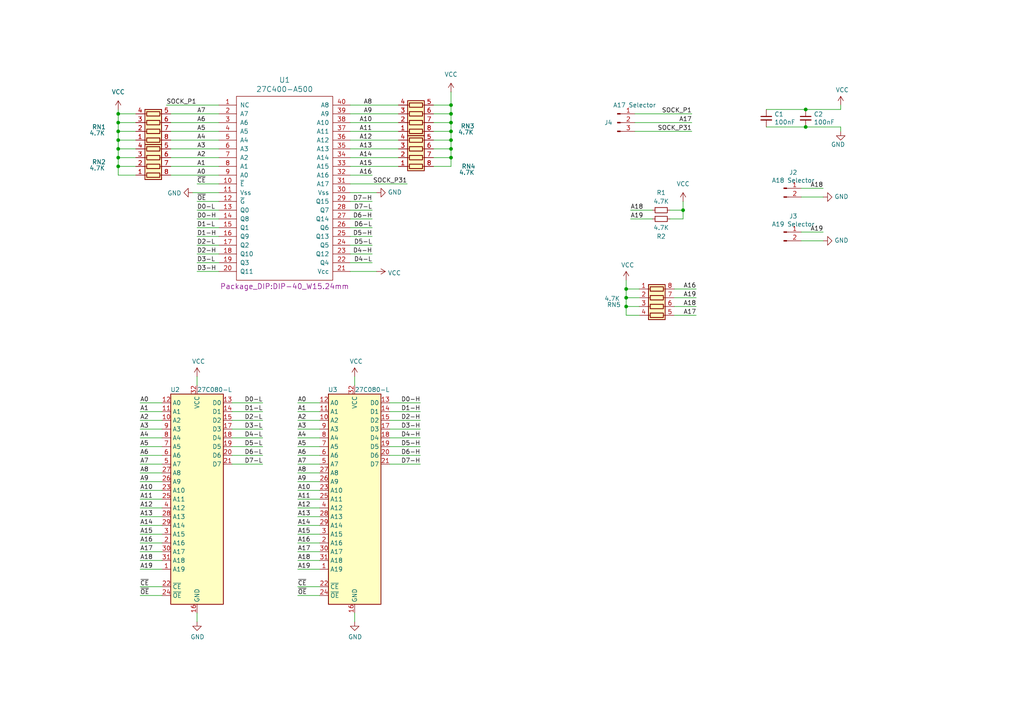
<source format=kicad_sch>
(kicad_sch
	(version 20231120)
	(generator "eeschema")
	(generator_version "8.0")
	(uuid "b675c4d4-ae7d-420d-accd-cb4b89a3d52b")
	(paper "A4")
	(title_block
		(title "A500r5 27C0x0 Adapter")
		(rev "4")
	)
	(lib_symbols
		(symbol "27c400-cache:27C400-A500"
			(pin_names
				(offset 1.016)
			)
			(exclude_from_sim no)
			(in_bom yes)
			(on_board yes)
			(property "Reference" "U"
				(at 0 0 0)
				(effects
					(font
						(size 1.524 1.524)
					)
				)
			)
			(property "Value" "27C400-A500"
				(at 0 -57.15 0)
				(effects
					(font
						(size 1.524 1.524)
					)
				)
			)
			(property "Footprint" ""
				(at 0 0 0)
				(effects
					(font
						(size 1.524 1.524)
					)
				)
			)
			(property "Datasheet" ""
				(at 0 0 0)
				(effects
					(font
						(size 1.524 1.524)
					)
				)
			)
			(property "Description" ""
				(at 0 0 0)
				(effects
					(font
						(size 1.27 1.27)
					)
					(hide yes)
				)
			)
			(symbol "27C400-A500_0_1"
				(rectangle
					(start -13.97 -1.27)
					(end 13.97 -54.61)
					(stroke
						(width 0)
						(type solid)
					)
					(fill
						(type none)
					)
				)
			)
			(symbol "27C400-A500_1_1"
				(pin passive line
					(at -19.05 -3.81 0)
					(length 5.08)
					(name "NC"
						(effects
							(font
								(size 1.27 1.27)
							)
						)
					)
					(number "1"
						(effects
							(font
								(size 1.27 1.27)
							)
						)
					)
				)
				(pin passive line
					(at -19.05 -26.67 0)
					(length 5.08)
					(name "~{E}"
						(effects
							(font
								(size 1.27 1.27)
							)
						)
					)
					(number "10"
						(effects
							(font
								(size 1.27 1.27)
							)
						)
					)
				)
				(pin passive line
					(at -19.05 -29.21 0)
					(length 5.08)
					(name "Vss"
						(effects
							(font
								(size 1.27 1.27)
							)
						)
					)
					(number "11"
						(effects
							(font
								(size 1.27 1.27)
							)
						)
					)
				)
				(pin passive line
					(at -19.05 -31.75 0)
					(length 5.08)
					(name "~{G}"
						(effects
							(font
								(size 1.27 1.27)
							)
						)
					)
					(number "12"
						(effects
							(font
								(size 1.27 1.27)
							)
						)
					)
				)
				(pin passive line
					(at -19.05 -34.29 0)
					(length 5.08)
					(name "Q0"
						(effects
							(font
								(size 1.27 1.27)
							)
						)
					)
					(number "13"
						(effects
							(font
								(size 1.27 1.27)
							)
						)
					)
				)
				(pin passive line
					(at -19.05 -36.83 0)
					(length 5.08)
					(name "Q8"
						(effects
							(font
								(size 1.27 1.27)
							)
						)
					)
					(number "14"
						(effects
							(font
								(size 1.27 1.27)
							)
						)
					)
				)
				(pin passive line
					(at -19.05 -39.37 0)
					(length 5.08)
					(name "Q1"
						(effects
							(font
								(size 1.27 1.27)
							)
						)
					)
					(number "15"
						(effects
							(font
								(size 1.27 1.27)
							)
						)
					)
				)
				(pin passive line
					(at -19.05 -41.91 0)
					(length 5.08)
					(name "Q9"
						(effects
							(font
								(size 1.27 1.27)
							)
						)
					)
					(number "16"
						(effects
							(font
								(size 1.27 1.27)
							)
						)
					)
				)
				(pin passive line
					(at -19.05 -44.45 0)
					(length 5.08)
					(name "Q2"
						(effects
							(font
								(size 1.27 1.27)
							)
						)
					)
					(number "17"
						(effects
							(font
								(size 1.27 1.27)
							)
						)
					)
				)
				(pin passive line
					(at -19.05 -46.99 0)
					(length 5.08)
					(name "Q10"
						(effects
							(font
								(size 1.27 1.27)
							)
						)
					)
					(number "18"
						(effects
							(font
								(size 1.27 1.27)
							)
						)
					)
				)
				(pin passive line
					(at -19.05 -49.53 0)
					(length 5.08)
					(name "Q3"
						(effects
							(font
								(size 1.27 1.27)
							)
						)
					)
					(number "19"
						(effects
							(font
								(size 1.27 1.27)
							)
						)
					)
				)
				(pin passive line
					(at -19.05 -6.35 0)
					(length 5.08)
					(name "A7"
						(effects
							(font
								(size 1.27 1.27)
							)
						)
					)
					(number "2"
						(effects
							(font
								(size 1.27 1.27)
							)
						)
					)
				)
				(pin passive line
					(at -19.05 -52.07 0)
					(length 5.08)
					(name "Q11"
						(effects
							(font
								(size 1.27 1.27)
							)
						)
					)
					(number "20"
						(effects
							(font
								(size 1.27 1.27)
							)
						)
					)
				)
				(pin passive line
					(at 19.05 -52.07 180)
					(length 5.08)
					(name "Vcc"
						(effects
							(font
								(size 1.27 1.27)
							)
						)
					)
					(number "21"
						(effects
							(font
								(size 1.27 1.27)
							)
						)
					)
				)
				(pin passive line
					(at 19.05 -49.53 180)
					(length 5.08)
					(name "Q4"
						(effects
							(font
								(size 1.27 1.27)
							)
						)
					)
					(number "22"
						(effects
							(font
								(size 1.27 1.27)
							)
						)
					)
				)
				(pin passive line
					(at 19.05 -46.99 180)
					(length 5.08)
					(name "Q12"
						(effects
							(font
								(size 1.27 1.27)
							)
						)
					)
					(number "23"
						(effects
							(font
								(size 1.27 1.27)
							)
						)
					)
				)
				(pin passive line
					(at 19.05 -44.45 180)
					(length 5.08)
					(name "Q5"
						(effects
							(font
								(size 1.27 1.27)
							)
						)
					)
					(number "24"
						(effects
							(font
								(size 1.27 1.27)
							)
						)
					)
				)
				(pin passive line
					(at 19.05 -41.91 180)
					(length 5.08)
					(name "Q13"
						(effects
							(font
								(size 1.27 1.27)
							)
						)
					)
					(number "25"
						(effects
							(font
								(size 1.27 1.27)
							)
						)
					)
				)
				(pin passive line
					(at 19.05 -39.37 180)
					(length 5.08)
					(name "Q6"
						(effects
							(font
								(size 1.27 1.27)
							)
						)
					)
					(number "26"
						(effects
							(font
								(size 1.27 1.27)
							)
						)
					)
				)
				(pin passive line
					(at 19.05 -36.83 180)
					(length 5.08)
					(name "Q14"
						(effects
							(font
								(size 1.27 1.27)
							)
						)
					)
					(number "27"
						(effects
							(font
								(size 1.27 1.27)
							)
						)
					)
				)
				(pin passive line
					(at 19.05 -34.29 180)
					(length 5.08)
					(name "Q7"
						(effects
							(font
								(size 1.27 1.27)
							)
						)
					)
					(number "28"
						(effects
							(font
								(size 1.27 1.27)
							)
						)
					)
				)
				(pin passive line
					(at 19.05 -31.75 180)
					(length 5.08)
					(name "Q15"
						(effects
							(font
								(size 1.27 1.27)
							)
						)
					)
					(number "29"
						(effects
							(font
								(size 1.27 1.27)
							)
						)
					)
				)
				(pin passive line
					(at -19.05 -8.89 0)
					(length 5.08)
					(name "A6"
						(effects
							(font
								(size 1.27 1.27)
							)
						)
					)
					(number "3"
						(effects
							(font
								(size 1.27 1.27)
							)
						)
					)
				)
				(pin passive line
					(at 19.05 -29.21 180)
					(length 5.08)
					(name "Vss"
						(effects
							(font
								(size 1.27 1.27)
							)
						)
					)
					(number "30"
						(effects
							(font
								(size 1.27 1.27)
							)
						)
					)
				)
				(pin passive line
					(at 19.05 -26.67 180)
					(length 5.08)
					(name "A17"
						(effects
							(font
								(size 1.27 1.27)
							)
						)
					)
					(number "31"
						(effects
							(font
								(size 1.27 1.27)
							)
						)
					)
				)
				(pin passive line
					(at 19.05 -24.13 180)
					(length 5.08)
					(name "A16"
						(effects
							(font
								(size 1.27 1.27)
							)
						)
					)
					(number "32"
						(effects
							(font
								(size 1.27 1.27)
							)
						)
					)
				)
				(pin passive line
					(at 19.05 -21.59 180)
					(length 5.08)
					(name "A15"
						(effects
							(font
								(size 1.27 1.27)
							)
						)
					)
					(number "33"
						(effects
							(font
								(size 1.27 1.27)
							)
						)
					)
				)
				(pin passive line
					(at 19.05 -19.05 180)
					(length 5.08)
					(name "A14"
						(effects
							(font
								(size 1.27 1.27)
							)
						)
					)
					(number "34"
						(effects
							(font
								(size 1.27 1.27)
							)
						)
					)
				)
				(pin passive line
					(at 19.05 -16.51 180)
					(length 5.08)
					(name "A13"
						(effects
							(font
								(size 1.27 1.27)
							)
						)
					)
					(number "35"
						(effects
							(font
								(size 1.27 1.27)
							)
						)
					)
				)
				(pin passive line
					(at 19.05 -13.97 180)
					(length 5.08)
					(name "A12"
						(effects
							(font
								(size 1.27 1.27)
							)
						)
					)
					(number "36"
						(effects
							(font
								(size 1.27 1.27)
							)
						)
					)
				)
				(pin passive line
					(at 19.05 -11.43 180)
					(length 5.08)
					(name "A11"
						(effects
							(font
								(size 1.27 1.27)
							)
						)
					)
					(number "37"
						(effects
							(font
								(size 1.27 1.27)
							)
						)
					)
				)
				(pin passive line
					(at 19.05 -8.89 180)
					(length 5.08)
					(name "A10"
						(effects
							(font
								(size 1.27 1.27)
							)
						)
					)
					(number "38"
						(effects
							(font
								(size 1.27 1.27)
							)
						)
					)
				)
				(pin passive line
					(at 19.05 -6.35 180)
					(length 5.08)
					(name "A9"
						(effects
							(font
								(size 1.27 1.27)
							)
						)
					)
					(number "39"
						(effects
							(font
								(size 1.27 1.27)
							)
						)
					)
				)
				(pin passive line
					(at -19.05 -11.43 0)
					(length 5.08)
					(name "A5"
						(effects
							(font
								(size 1.27 1.27)
							)
						)
					)
					(number "4"
						(effects
							(font
								(size 1.27 1.27)
							)
						)
					)
				)
				(pin passive line
					(at 19.05 -3.81 180)
					(length 5.08)
					(name "A8"
						(effects
							(font
								(size 1.27 1.27)
							)
						)
					)
					(number "40"
						(effects
							(font
								(size 1.27 1.27)
							)
						)
					)
				)
				(pin passive line
					(at -19.05 -13.97 0)
					(length 5.08)
					(name "A4"
						(effects
							(font
								(size 1.27 1.27)
							)
						)
					)
					(number "5"
						(effects
							(font
								(size 1.27 1.27)
							)
						)
					)
				)
				(pin passive line
					(at -19.05 -16.51 0)
					(length 5.08)
					(name "A3"
						(effects
							(font
								(size 1.27 1.27)
							)
						)
					)
					(number "6"
						(effects
							(font
								(size 1.27 1.27)
							)
						)
					)
				)
				(pin passive line
					(at -19.05 -19.05 0)
					(length 5.08)
					(name "A2"
						(effects
							(font
								(size 1.27 1.27)
							)
						)
					)
					(number "7"
						(effects
							(font
								(size 1.27 1.27)
							)
						)
					)
				)
				(pin passive line
					(at -19.05 -21.59 0)
					(length 5.08)
					(name "A1"
						(effects
							(font
								(size 1.27 1.27)
							)
						)
					)
					(number "8"
						(effects
							(font
								(size 1.27 1.27)
							)
						)
					)
				)
				(pin passive line
					(at -19.05 -24.13 0)
					(length 5.08)
					(name "A0"
						(effects
							(font
								(size 1.27 1.27)
							)
						)
					)
					(number "9"
						(effects
							(font
								(size 1.27 1.27)
							)
						)
					)
				)
			)
		)
		(symbol "A500r5_eprom_adapter-plcc32-invert-rescue:Conn_01x02_Male-Connector"
			(pin_names
				(offset 1.016) hide)
			(exclude_from_sim no)
			(in_bom yes)
			(on_board yes)
			(property "Reference" "J"
				(at 0 2.54 0)
				(effects
					(font
						(size 1.27 1.27)
					)
				)
			)
			(property "Value" "Connector_Conn_01x02_Male"
				(at 0 -5.08 0)
				(effects
					(font
						(size 1.27 1.27)
					)
				)
			)
			(property "Footprint" ""
				(at 0 0 0)
				(effects
					(font
						(size 1.27 1.27)
					)
					(hide yes)
				)
			)
			(property "Datasheet" ""
				(at 0 0 0)
				(effects
					(font
						(size 1.27 1.27)
					)
					(hide yes)
				)
			)
			(property "Description" ""
				(at 0 0 0)
				(effects
					(font
						(size 1.27 1.27)
					)
					(hide yes)
				)
			)
			(property "ki_fp_filters" "Connector*:*_1x??_*"
				(at 0 0 0)
				(effects
					(font
						(size 1.27 1.27)
					)
					(hide yes)
				)
			)
			(symbol "Conn_01x02_Male-Connector_1_1"
				(polyline
					(pts
						(xy 1.27 -2.54) (xy 0.8636 -2.54)
					)
					(stroke
						(width 0.1524)
						(type solid)
					)
					(fill
						(type none)
					)
				)
				(polyline
					(pts
						(xy 1.27 0) (xy 0.8636 0)
					)
					(stroke
						(width 0.1524)
						(type solid)
					)
					(fill
						(type none)
					)
				)
				(rectangle
					(start 0.8636 -2.413)
					(end 0 -2.667)
					(stroke
						(width 0.1524)
						(type solid)
					)
					(fill
						(type outline)
					)
				)
				(rectangle
					(start 0.8636 0.127)
					(end 0 -0.127)
					(stroke
						(width 0.1524)
						(type solid)
					)
					(fill
						(type outline)
					)
				)
				(pin passive line
					(at 5.08 0 180)
					(length 3.81)
					(name "Pin_1"
						(effects
							(font
								(size 1.27 1.27)
							)
						)
					)
					(number "1"
						(effects
							(font
								(size 1.27 1.27)
							)
						)
					)
				)
				(pin passive line
					(at 5.08 -2.54 180)
					(length 3.81)
					(name "Pin_2"
						(effects
							(font
								(size 1.27 1.27)
							)
						)
					)
					(number "2"
						(effects
							(font
								(size 1.27 1.27)
							)
						)
					)
				)
			)
		)
		(symbol "A500r5_eprom_adapter-plcc32-invert-rescue:Conn_01x03_Male-Connector"
			(pin_names
				(offset 1.016) hide)
			(exclude_from_sim no)
			(in_bom yes)
			(on_board yes)
			(property "Reference" "J"
				(at 0 5.08 0)
				(effects
					(font
						(size 1.27 1.27)
					)
				)
			)
			(property "Value" "Connector_Conn_01x03_Male"
				(at 0 -5.08 0)
				(effects
					(font
						(size 1.27 1.27)
					)
				)
			)
			(property "Footprint" ""
				(at 0 0 0)
				(effects
					(font
						(size 1.27 1.27)
					)
					(hide yes)
				)
			)
			(property "Datasheet" ""
				(at 0 0 0)
				(effects
					(font
						(size 1.27 1.27)
					)
					(hide yes)
				)
			)
			(property "Description" ""
				(at 0 0 0)
				(effects
					(font
						(size 1.27 1.27)
					)
					(hide yes)
				)
			)
			(property "ki_fp_filters" "Connector*:*_1x??_*"
				(at 0 0 0)
				(effects
					(font
						(size 1.27 1.27)
					)
					(hide yes)
				)
			)
			(symbol "Conn_01x03_Male-Connector_1_1"
				(polyline
					(pts
						(xy 1.27 -2.54) (xy 0.8636 -2.54)
					)
					(stroke
						(width 0.1524)
						(type solid)
					)
					(fill
						(type none)
					)
				)
				(polyline
					(pts
						(xy 1.27 0) (xy 0.8636 0)
					)
					(stroke
						(width 0.1524)
						(type solid)
					)
					(fill
						(type none)
					)
				)
				(polyline
					(pts
						(xy 1.27 2.54) (xy 0.8636 2.54)
					)
					(stroke
						(width 0.1524)
						(type solid)
					)
					(fill
						(type none)
					)
				)
				(rectangle
					(start 0.8636 -2.413)
					(end 0 -2.667)
					(stroke
						(width 0.1524)
						(type solid)
					)
					(fill
						(type outline)
					)
				)
				(rectangle
					(start 0.8636 0.127)
					(end 0 -0.127)
					(stroke
						(width 0.1524)
						(type solid)
					)
					(fill
						(type outline)
					)
				)
				(rectangle
					(start 0.8636 2.667)
					(end 0 2.413)
					(stroke
						(width 0.1524)
						(type solid)
					)
					(fill
						(type outline)
					)
				)
				(pin passive line
					(at 5.08 2.54 180)
					(length 3.81)
					(name "Pin_1"
						(effects
							(font
								(size 1.27 1.27)
							)
						)
					)
					(number "1"
						(effects
							(font
								(size 1.27 1.27)
							)
						)
					)
				)
				(pin passive line
					(at 5.08 0 180)
					(length 3.81)
					(name "Pin_2"
						(effects
							(font
								(size 1.27 1.27)
							)
						)
					)
					(number "2"
						(effects
							(font
								(size 1.27 1.27)
							)
						)
					)
				)
				(pin passive line
					(at 5.08 -2.54 180)
					(length 3.81)
					(name "Pin_3"
						(effects
							(font
								(size 1.27 1.27)
							)
						)
					)
					(number "3"
						(effects
							(font
								(size 1.27 1.27)
							)
						)
					)
				)
			)
		)
		(symbol "A500r5_eprom_adapter-plcc32-invert-rescue:GND-power"
			(power)
			(pin_names
				(offset 0)
			)
			(exclude_from_sim no)
			(in_bom yes)
			(on_board yes)
			(property "Reference" "#PWR"
				(at 0 -6.35 0)
				(effects
					(font
						(size 1.27 1.27)
					)
					(hide yes)
				)
			)
			(property "Value" "power_GND"
				(at 0 -3.81 0)
				(effects
					(font
						(size 1.27 1.27)
					)
				)
			)
			(property "Footprint" ""
				(at 0 0 0)
				(effects
					(font
						(size 1.27 1.27)
					)
					(hide yes)
				)
			)
			(property "Datasheet" ""
				(at 0 0 0)
				(effects
					(font
						(size 1.27 1.27)
					)
					(hide yes)
				)
			)
			(property "Description" ""
				(at 0 0 0)
				(effects
					(font
						(size 1.27 1.27)
					)
					(hide yes)
				)
			)
			(symbol "GND-power_0_1"
				(polyline
					(pts
						(xy 0 0) (xy 0 -1.27) (xy 1.27 -1.27) (xy 0 -2.54) (xy -1.27 -1.27) (xy 0 -1.27)
					)
					(stroke
						(width 0)
						(type solid)
					)
					(fill
						(type none)
					)
				)
			)
			(symbol "GND-power_1_1"
				(pin power_in line
					(at 0 0 270)
					(length 0) hide
					(name "GND"
						(effects
							(font
								(size 1.27 1.27)
							)
						)
					)
					(number "1"
						(effects
							(font
								(size 1.27 1.27)
							)
						)
					)
				)
			)
		)
		(symbol "A500r5_eprom_adapter-plcc32-invert-rescue:VCC-power"
			(power)
			(pin_names
				(offset 0)
			)
			(exclude_from_sim no)
			(in_bom yes)
			(on_board yes)
			(property "Reference" "#PWR"
				(at 0 -3.81 0)
				(effects
					(font
						(size 1.27 1.27)
					)
					(hide yes)
				)
			)
			(property "Value" "power_VCC"
				(at 0 3.81 0)
				(effects
					(font
						(size 1.27 1.27)
					)
				)
			)
			(property "Footprint" ""
				(at 0 0 0)
				(effects
					(font
						(size 1.27 1.27)
					)
					(hide yes)
				)
			)
			(property "Datasheet" ""
				(at 0 0 0)
				(effects
					(font
						(size 1.27 1.27)
					)
					(hide yes)
				)
			)
			(property "Description" ""
				(at 0 0 0)
				(effects
					(font
						(size 1.27 1.27)
					)
					(hide yes)
				)
			)
			(symbol "VCC-power_0_1"
				(polyline
					(pts
						(xy -0.762 1.27) (xy 0 2.54)
					)
					(stroke
						(width 0)
						(type solid)
					)
					(fill
						(type none)
					)
				)
				(polyline
					(pts
						(xy 0 0) (xy 0 2.54)
					)
					(stroke
						(width 0)
						(type solid)
					)
					(fill
						(type none)
					)
				)
				(polyline
					(pts
						(xy 0 2.54) (xy 0.762 1.27)
					)
					(stroke
						(width 0)
						(type solid)
					)
					(fill
						(type none)
					)
				)
			)
			(symbol "VCC-power_1_1"
				(pin power_in line
					(at 0 0 90)
					(length 0) hide
					(name "VCC"
						(effects
							(font
								(size 1.27 1.27)
							)
						)
					)
					(number "1"
						(effects
							(font
								(size 1.27 1.27)
							)
						)
					)
				)
			)
		)
		(symbol "Device:C_Small"
			(pin_numbers hide)
			(pin_names
				(offset 0.254) hide)
			(exclude_from_sim no)
			(in_bom yes)
			(on_board yes)
			(property "Reference" "C"
				(at 0.254 1.778 0)
				(effects
					(font
						(size 1.27 1.27)
					)
					(justify left)
				)
			)
			(property "Value" "C_Small"
				(at 0.254 -2.032 0)
				(effects
					(font
						(size 1.27 1.27)
					)
					(justify left)
				)
			)
			(property "Footprint" ""
				(at 0 0 0)
				(effects
					(font
						(size 1.27 1.27)
					)
					(hide yes)
				)
			)
			(property "Datasheet" "~"
				(at 0 0 0)
				(effects
					(font
						(size 1.27 1.27)
					)
					(hide yes)
				)
			)
			(property "Description" "Unpolarized capacitor, small symbol"
				(at 0 0 0)
				(effects
					(font
						(size 1.27 1.27)
					)
					(hide yes)
				)
			)
			(property "ki_keywords" "capacitor cap"
				(at 0 0 0)
				(effects
					(font
						(size 1.27 1.27)
					)
					(hide yes)
				)
			)
			(property "ki_fp_filters" "C_*"
				(at 0 0 0)
				(effects
					(font
						(size 1.27 1.27)
					)
					(hide yes)
				)
			)
			(symbol "C_Small_0_1"
				(polyline
					(pts
						(xy -1.524 -0.508) (xy 1.524 -0.508)
					)
					(stroke
						(width 0.3302)
						(type default)
					)
					(fill
						(type none)
					)
				)
				(polyline
					(pts
						(xy -1.524 0.508) (xy 1.524 0.508)
					)
					(stroke
						(width 0.3048)
						(type default)
					)
					(fill
						(type none)
					)
				)
			)
			(symbol "C_Small_1_1"
				(pin passive line
					(at 0 2.54 270)
					(length 2.032)
					(name "~"
						(effects
							(font
								(size 1.27 1.27)
							)
						)
					)
					(number "1"
						(effects
							(font
								(size 1.27 1.27)
							)
						)
					)
				)
				(pin passive line
					(at 0 -2.54 90)
					(length 2.032)
					(name "~"
						(effects
							(font
								(size 1.27 1.27)
							)
						)
					)
					(number "2"
						(effects
							(font
								(size 1.27 1.27)
							)
						)
					)
				)
			)
		)
		(symbol "Device:R_Pack04"
			(pin_names
				(offset 0) hide)
			(exclude_from_sim no)
			(in_bom yes)
			(on_board yes)
			(property "Reference" "RN"
				(at -7.62 0 90)
				(effects
					(font
						(size 1.27 1.27)
					)
				)
			)
			(property "Value" "R_Pack04"
				(at 5.08 0 90)
				(effects
					(font
						(size 1.27 1.27)
					)
				)
			)
			(property "Footprint" ""
				(at 6.985 0 90)
				(effects
					(font
						(size 1.27 1.27)
					)
					(hide yes)
				)
			)
			(property "Datasheet" "~"
				(at 0 0 0)
				(effects
					(font
						(size 1.27 1.27)
					)
					(hide yes)
				)
			)
			(property "Description" "4 resistor network, parallel topology"
				(at 0 0 0)
				(effects
					(font
						(size 1.27 1.27)
					)
					(hide yes)
				)
			)
			(property "ki_keywords" "R network parallel topology isolated"
				(at 0 0 0)
				(effects
					(font
						(size 1.27 1.27)
					)
					(hide yes)
				)
			)
			(property "ki_fp_filters" "DIP* SOIC* R*Array*Concave* R*Array*Convex* MSOP*"
				(at 0 0 0)
				(effects
					(font
						(size 1.27 1.27)
					)
					(hide yes)
				)
			)
			(symbol "R_Pack04_0_1"
				(rectangle
					(start -6.35 -2.413)
					(end 3.81 2.413)
					(stroke
						(width 0.254)
						(type default)
					)
					(fill
						(type background)
					)
				)
				(rectangle
					(start -5.715 1.905)
					(end -4.445 -1.905)
					(stroke
						(width 0.254)
						(type default)
					)
					(fill
						(type none)
					)
				)
				(rectangle
					(start -3.175 1.905)
					(end -1.905 -1.905)
					(stroke
						(width 0.254)
						(type default)
					)
					(fill
						(type none)
					)
				)
				(rectangle
					(start -0.635 1.905)
					(end 0.635 -1.905)
					(stroke
						(width 0.254)
						(type default)
					)
					(fill
						(type none)
					)
				)
				(polyline
					(pts
						(xy -5.08 -2.54) (xy -5.08 -1.905)
					)
					(stroke
						(width 0)
						(type default)
					)
					(fill
						(type none)
					)
				)
				(polyline
					(pts
						(xy -5.08 1.905) (xy -5.08 2.54)
					)
					(stroke
						(width 0)
						(type default)
					)
					(fill
						(type none)
					)
				)
				(polyline
					(pts
						(xy -2.54 -2.54) (xy -2.54 -1.905)
					)
					(stroke
						(width 0)
						(type default)
					)
					(fill
						(type none)
					)
				)
				(polyline
					(pts
						(xy -2.54 1.905) (xy -2.54 2.54)
					)
					(stroke
						(width 0)
						(type default)
					)
					(fill
						(type none)
					)
				)
				(polyline
					(pts
						(xy 0 -2.54) (xy 0 -1.905)
					)
					(stroke
						(width 0)
						(type default)
					)
					(fill
						(type none)
					)
				)
				(polyline
					(pts
						(xy 0 1.905) (xy 0 2.54)
					)
					(stroke
						(width 0)
						(type default)
					)
					(fill
						(type none)
					)
				)
				(polyline
					(pts
						(xy 2.54 -2.54) (xy 2.54 -1.905)
					)
					(stroke
						(width 0)
						(type default)
					)
					(fill
						(type none)
					)
				)
				(polyline
					(pts
						(xy 2.54 1.905) (xy 2.54 2.54)
					)
					(stroke
						(width 0)
						(type default)
					)
					(fill
						(type none)
					)
				)
				(rectangle
					(start 1.905 1.905)
					(end 3.175 -1.905)
					(stroke
						(width 0.254)
						(type default)
					)
					(fill
						(type none)
					)
				)
			)
			(symbol "R_Pack04_1_1"
				(pin passive line
					(at -5.08 -5.08 90)
					(length 2.54)
					(name "R1.1"
						(effects
							(font
								(size 1.27 1.27)
							)
						)
					)
					(number "1"
						(effects
							(font
								(size 1.27 1.27)
							)
						)
					)
				)
				(pin passive line
					(at -2.54 -5.08 90)
					(length 2.54)
					(name "R2.1"
						(effects
							(font
								(size 1.27 1.27)
							)
						)
					)
					(number "2"
						(effects
							(font
								(size 1.27 1.27)
							)
						)
					)
				)
				(pin passive line
					(at 0 -5.08 90)
					(length 2.54)
					(name "R3.1"
						(effects
							(font
								(size 1.27 1.27)
							)
						)
					)
					(number "3"
						(effects
							(font
								(size 1.27 1.27)
							)
						)
					)
				)
				(pin passive line
					(at 2.54 -5.08 90)
					(length 2.54)
					(name "R4.1"
						(effects
							(font
								(size 1.27 1.27)
							)
						)
					)
					(number "4"
						(effects
							(font
								(size 1.27 1.27)
							)
						)
					)
				)
				(pin passive line
					(at 2.54 5.08 270)
					(length 2.54)
					(name "R4.2"
						(effects
							(font
								(size 1.27 1.27)
							)
						)
					)
					(number "5"
						(effects
							(font
								(size 1.27 1.27)
							)
						)
					)
				)
				(pin passive line
					(at 0 5.08 270)
					(length 2.54)
					(name "R3.2"
						(effects
							(font
								(size 1.27 1.27)
							)
						)
					)
					(number "6"
						(effects
							(font
								(size 1.27 1.27)
							)
						)
					)
				)
				(pin passive line
					(at -2.54 5.08 270)
					(length 2.54)
					(name "R2.2"
						(effects
							(font
								(size 1.27 1.27)
							)
						)
					)
					(number "7"
						(effects
							(font
								(size 1.27 1.27)
							)
						)
					)
				)
				(pin passive line
					(at -5.08 5.08 270)
					(length 2.54)
					(name "R1.2"
						(effects
							(font
								(size 1.27 1.27)
							)
						)
					)
					(number "8"
						(effects
							(font
								(size 1.27 1.27)
							)
						)
					)
				)
			)
		)
		(symbol "Device:R_Small"
			(pin_numbers hide)
			(pin_names
				(offset 0.254) hide)
			(exclude_from_sim no)
			(in_bom yes)
			(on_board yes)
			(property "Reference" "R"
				(at 0.762 0.508 0)
				(effects
					(font
						(size 1.27 1.27)
					)
					(justify left)
				)
			)
			(property "Value" "R_Small"
				(at 0.762 -1.016 0)
				(effects
					(font
						(size 1.27 1.27)
					)
					(justify left)
				)
			)
			(property "Footprint" ""
				(at 0 0 0)
				(effects
					(font
						(size 1.27 1.27)
					)
					(hide yes)
				)
			)
			(property "Datasheet" "~"
				(at 0 0 0)
				(effects
					(font
						(size 1.27 1.27)
					)
					(hide yes)
				)
			)
			(property "Description" "Resistor, small symbol"
				(at 0 0 0)
				(effects
					(font
						(size 1.27 1.27)
					)
					(hide yes)
				)
			)
			(property "ki_keywords" "R resistor"
				(at 0 0 0)
				(effects
					(font
						(size 1.27 1.27)
					)
					(hide yes)
				)
			)
			(property "ki_fp_filters" "R_*"
				(at 0 0 0)
				(effects
					(font
						(size 1.27 1.27)
					)
					(hide yes)
				)
			)
			(symbol "R_Small_0_1"
				(rectangle
					(start -0.762 1.778)
					(end 0.762 -1.778)
					(stroke
						(width 0.2032)
						(type default)
					)
					(fill
						(type none)
					)
				)
			)
			(symbol "R_Small_1_1"
				(pin passive line
					(at 0 2.54 270)
					(length 0.762)
					(name "~"
						(effects
							(font
								(size 1.27 1.27)
							)
						)
					)
					(number "1"
						(effects
							(font
								(size 1.27 1.27)
							)
						)
					)
				)
				(pin passive line
					(at 0 -2.54 90)
					(length 0.762)
					(name "~"
						(effects
							(font
								(size 1.27 1.27)
							)
						)
					)
					(number "2"
						(effects
							(font
								(size 1.27 1.27)
							)
						)
					)
				)
			)
		)
		(symbol "Memory_EPROM:27C080"
			(exclude_from_sim no)
			(in_bom yes)
			(on_board yes)
			(property "Reference" "U"
				(at -7.62 31.75 0)
				(effects
					(font
						(size 1.27 1.27)
					)
				)
			)
			(property "Value" "27C080"
				(at 2.54 -31.75 0)
				(effects
					(font
						(size 1.27 1.27)
					)
					(justify left)
				)
			)
			(property "Footprint" ""
				(at 0 0 0)
				(effects
					(font
						(size 1.27 1.27)
					)
					(hide yes)
				)
			)
			(property "Datasheet" "http://ww1.microchip.com/downloads/en/devicedoc/doc0360.pdf"
				(at 0 0 0)
				(effects
					(font
						(size 1.27 1.27)
					)
					(hide yes)
				)
			)
			(property "Description" "OTP EPROM 8 MiBit (1 Mi x 8)"
				(at 0 0 0)
				(effects
					(font
						(size 1.27 1.27)
					)
					(hide yes)
				)
			)
			(property "ki_keywords" "OTP EPROM 8MiBit"
				(at 0 0 0)
				(effects
					(font
						(size 1.27 1.27)
					)
					(hide yes)
				)
			)
			(property "ki_fp_filters" "DIP*W15.24mm* PLCC*"
				(at 0 0 0)
				(effects
					(font
						(size 1.27 1.27)
					)
					(hide yes)
				)
			)
			(symbol "27C080_1_1"
				(rectangle
					(start -7.62 30.48)
					(end 7.62 -30.48)
					(stroke
						(width 0.254)
						(type default)
					)
					(fill
						(type background)
					)
				)
				(pin input line
					(at -10.16 -20.32 0)
					(length 2.54)
					(name "A19"
						(effects
							(font
								(size 1.27 1.27)
							)
						)
					)
					(number "1"
						(effects
							(font
								(size 1.27 1.27)
							)
						)
					)
				)
				(pin input line
					(at -10.16 22.86 0)
					(length 2.54)
					(name "A2"
						(effects
							(font
								(size 1.27 1.27)
							)
						)
					)
					(number "10"
						(effects
							(font
								(size 1.27 1.27)
							)
						)
					)
				)
				(pin input line
					(at -10.16 25.4 0)
					(length 2.54)
					(name "A1"
						(effects
							(font
								(size 1.27 1.27)
							)
						)
					)
					(number "11"
						(effects
							(font
								(size 1.27 1.27)
							)
						)
					)
				)
				(pin input line
					(at -10.16 27.94 0)
					(length 2.54)
					(name "A0"
						(effects
							(font
								(size 1.27 1.27)
							)
						)
					)
					(number "12"
						(effects
							(font
								(size 1.27 1.27)
							)
						)
					)
				)
				(pin tri_state line
					(at 10.16 27.94 180)
					(length 2.54)
					(name "D0"
						(effects
							(font
								(size 1.27 1.27)
							)
						)
					)
					(number "13"
						(effects
							(font
								(size 1.27 1.27)
							)
						)
					)
				)
				(pin tri_state line
					(at 10.16 25.4 180)
					(length 2.54)
					(name "D1"
						(effects
							(font
								(size 1.27 1.27)
							)
						)
					)
					(number "14"
						(effects
							(font
								(size 1.27 1.27)
							)
						)
					)
				)
				(pin tri_state line
					(at 10.16 22.86 180)
					(length 2.54)
					(name "D2"
						(effects
							(font
								(size 1.27 1.27)
							)
						)
					)
					(number "15"
						(effects
							(font
								(size 1.27 1.27)
							)
						)
					)
				)
				(pin power_in line
					(at 0 -33.02 90)
					(length 2.54)
					(name "GND"
						(effects
							(font
								(size 1.27 1.27)
							)
						)
					)
					(number "16"
						(effects
							(font
								(size 1.27 1.27)
							)
						)
					)
				)
				(pin tri_state line
					(at 10.16 20.32 180)
					(length 2.54)
					(name "D3"
						(effects
							(font
								(size 1.27 1.27)
							)
						)
					)
					(number "17"
						(effects
							(font
								(size 1.27 1.27)
							)
						)
					)
				)
				(pin tri_state line
					(at 10.16 17.78 180)
					(length 2.54)
					(name "D4"
						(effects
							(font
								(size 1.27 1.27)
							)
						)
					)
					(number "18"
						(effects
							(font
								(size 1.27 1.27)
							)
						)
					)
				)
				(pin tri_state line
					(at 10.16 15.24 180)
					(length 2.54)
					(name "D5"
						(effects
							(font
								(size 1.27 1.27)
							)
						)
					)
					(number "19"
						(effects
							(font
								(size 1.27 1.27)
							)
						)
					)
				)
				(pin input line
					(at -10.16 -12.7 0)
					(length 2.54)
					(name "A16"
						(effects
							(font
								(size 1.27 1.27)
							)
						)
					)
					(number "2"
						(effects
							(font
								(size 1.27 1.27)
							)
						)
					)
				)
				(pin tri_state line
					(at 10.16 12.7 180)
					(length 2.54)
					(name "D6"
						(effects
							(font
								(size 1.27 1.27)
							)
						)
					)
					(number "20"
						(effects
							(font
								(size 1.27 1.27)
							)
						)
					)
				)
				(pin tri_state line
					(at 10.16 10.16 180)
					(length 2.54)
					(name "D7"
						(effects
							(font
								(size 1.27 1.27)
							)
						)
					)
					(number "21"
						(effects
							(font
								(size 1.27 1.27)
							)
						)
					)
				)
				(pin input line
					(at -10.16 -25.4 0)
					(length 2.54)
					(name "~{CE}"
						(effects
							(font
								(size 1.27 1.27)
							)
						)
					)
					(number "22"
						(effects
							(font
								(size 1.27 1.27)
							)
						)
					)
				)
				(pin input line
					(at -10.16 2.54 0)
					(length 2.54)
					(name "A10"
						(effects
							(font
								(size 1.27 1.27)
							)
						)
					)
					(number "23"
						(effects
							(font
								(size 1.27 1.27)
							)
						)
					)
				)
				(pin input line
					(at -10.16 -27.94 0)
					(length 2.54)
					(name "~{OE}"
						(effects
							(font
								(size 1.27 1.27)
							)
						)
					)
					(number "24"
						(effects
							(font
								(size 1.27 1.27)
							)
						)
					)
				)
				(pin input line
					(at -10.16 0 0)
					(length 2.54)
					(name "A11"
						(effects
							(font
								(size 1.27 1.27)
							)
						)
					)
					(number "25"
						(effects
							(font
								(size 1.27 1.27)
							)
						)
					)
				)
				(pin input line
					(at -10.16 5.08 0)
					(length 2.54)
					(name "A9"
						(effects
							(font
								(size 1.27 1.27)
							)
						)
					)
					(number "26"
						(effects
							(font
								(size 1.27 1.27)
							)
						)
					)
				)
				(pin input line
					(at -10.16 7.62 0)
					(length 2.54)
					(name "A8"
						(effects
							(font
								(size 1.27 1.27)
							)
						)
					)
					(number "27"
						(effects
							(font
								(size 1.27 1.27)
							)
						)
					)
				)
				(pin input line
					(at -10.16 -5.08 0)
					(length 2.54)
					(name "A13"
						(effects
							(font
								(size 1.27 1.27)
							)
						)
					)
					(number "28"
						(effects
							(font
								(size 1.27 1.27)
							)
						)
					)
				)
				(pin input line
					(at -10.16 -7.62 0)
					(length 2.54)
					(name "A14"
						(effects
							(font
								(size 1.27 1.27)
							)
						)
					)
					(number "29"
						(effects
							(font
								(size 1.27 1.27)
							)
						)
					)
				)
				(pin input line
					(at -10.16 -10.16 0)
					(length 2.54)
					(name "A15"
						(effects
							(font
								(size 1.27 1.27)
							)
						)
					)
					(number "3"
						(effects
							(font
								(size 1.27 1.27)
							)
						)
					)
				)
				(pin input line
					(at -10.16 -15.24 0)
					(length 2.54)
					(name "A17"
						(effects
							(font
								(size 1.27 1.27)
							)
						)
					)
					(number "30"
						(effects
							(font
								(size 1.27 1.27)
							)
						)
					)
				)
				(pin input line
					(at -10.16 -17.78 0)
					(length 2.54)
					(name "A18"
						(effects
							(font
								(size 1.27 1.27)
							)
						)
					)
					(number "31"
						(effects
							(font
								(size 1.27 1.27)
							)
						)
					)
				)
				(pin power_in line
					(at 0 33.02 270)
					(length 2.54)
					(name "VCC"
						(effects
							(font
								(size 1.27 1.27)
							)
						)
					)
					(number "32"
						(effects
							(font
								(size 1.27 1.27)
							)
						)
					)
				)
				(pin input line
					(at -10.16 -2.54 0)
					(length 2.54)
					(name "A12"
						(effects
							(font
								(size 1.27 1.27)
							)
						)
					)
					(number "4"
						(effects
							(font
								(size 1.27 1.27)
							)
						)
					)
				)
				(pin input line
					(at -10.16 10.16 0)
					(length 2.54)
					(name "A7"
						(effects
							(font
								(size 1.27 1.27)
							)
						)
					)
					(number "5"
						(effects
							(font
								(size 1.27 1.27)
							)
						)
					)
				)
				(pin input line
					(at -10.16 12.7 0)
					(length 2.54)
					(name "A6"
						(effects
							(font
								(size 1.27 1.27)
							)
						)
					)
					(number "6"
						(effects
							(font
								(size 1.27 1.27)
							)
						)
					)
				)
				(pin input line
					(at -10.16 15.24 0)
					(length 2.54)
					(name "A5"
						(effects
							(font
								(size 1.27 1.27)
							)
						)
					)
					(number "7"
						(effects
							(font
								(size 1.27 1.27)
							)
						)
					)
				)
				(pin input line
					(at -10.16 17.78 0)
					(length 2.54)
					(name "A4"
						(effects
							(font
								(size 1.27 1.27)
							)
						)
					)
					(number "8"
						(effects
							(font
								(size 1.27 1.27)
							)
						)
					)
				)
				(pin input line
					(at -10.16 20.32 0)
					(length 2.54)
					(name "A3"
						(effects
							(font
								(size 1.27 1.27)
							)
						)
					)
					(number "9"
						(effects
							(font
								(size 1.27 1.27)
							)
						)
					)
				)
			)
		)
		(symbol "power:VCC"
			(power)
			(pin_numbers hide)
			(pin_names
				(offset 0) hide)
			(exclude_from_sim no)
			(in_bom yes)
			(on_board yes)
			(property "Reference" "#PWR"
				(at 0 -3.81 0)
				(effects
					(font
						(size 1.27 1.27)
					)
					(hide yes)
				)
			)
			(property "Value" "VCC"
				(at 0 3.556 0)
				(effects
					(font
						(size 1.27 1.27)
					)
				)
			)
			(property "Footprint" ""
				(at 0 0 0)
				(effects
					(font
						(size 1.27 1.27)
					)
					(hide yes)
				)
			)
			(property "Datasheet" ""
				(at 0 0 0)
				(effects
					(font
						(size 1.27 1.27)
					)
					(hide yes)
				)
			)
			(property "Description" "Power symbol creates a global label with name \"VCC\""
				(at 0 0 0)
				(effects
					(font
						(size 1.27 1.27)
					)
					(hide yes)
				)
			)
			(property "ki_keywords" "global power"
				(at 0 0 0)
				(effects
					(font
						(size 1.27 1.27)
					)
					(hide yes)
				)
			)
			(symbol "VCC_0_1"
				(polyline
					(pts
						(xy -0.762 1.27) (xy 0 2.54)
					)
					(stroke
						(width 0)
						(type default)
					)
					(fill
						(type none)
					)
				)
				(polyline
					(pts
						(xy 0 0) (xy 0 2.54)
					)
					(stroke
						(width 0)
						(type default)
					)
					(fill
						(type none)
					)
				)
				(polyline
					(pts
						(xy 0 2.54) (xy 0.762 1.27)
					)
					(stroke
						(width 0)
						(type default)
					)
					(fill
						(type none)
					)
				)
			)
			(symbol "VCC_1_1"
				(pin power_in line
					(at 0 0 90)
					(length 0)
					(name "~"
						(effects
							(font
								(size 1.27 1.27)
							)
						)
					)
					(number "1"
						(effects
							(font
								(size 1.27 1.27)
							)
						)
					)
				)
			)
		)
	)
	(junction
		(at 130.81 30.48)
		(diameter 0)
		(color 0 0 0 0)
		(uuid "066ff060-68ca-461e-a334-042287e98942")
	)
	(junction
		(at 34.29 45.72)
		(diameter 0)
		(color 0 0 0 0)
		(uuid "0b90380d-bab7-4959-8491-25e58eef1707")
	)
	(junction
		(at 233.68 31.75)
		(diameter 0)
		(color 0 0 0 0)
		(uuid "1372067d-3a76-4e65-ae52-878240fcc889")
	)
	(junction
		(at 181.61 88.9)
		(diameter 0)
		(color 0 0 0 0)
		(uuid "1fb49977-2d3e-4297-87d2-ff702b74d505")
	)
	(junction
		(at 34.29 33.02)
		(diameter 0)
		(color 0 0 0 0)
		(uuid "2f41a0e2-3db8-409b-8505-26b79217df25")
	)
	(junction
		(at 233.68 36.83)
		(diameter 0)
		(color 0 0 0 0)
		(uuid "354e3ca9-33cd-4e6b-8226-b3abd7fda63f")
	)
	(junction
		(at 130.81 35.56)
		(diameter 0)
		(color 0 0 0 0)
		(uuid "357fc1c7-8460-4710-a264-16e3caeb8b53")
	)
	(junction
		(at 198.12 60.96)
		(diameter 0)
		(color 0 0 0 0)
		(uuid "35f11239-71f5-45c9-bed0-9ef17c116a82")
	)
	(junction
		(at 130.81 45.72)
		(diameter 0)
		(color 0 0 0 0)
		(uuid "36be4bc8-1ed6-4ed2-832b-3810e098d539")
	)
	(junction
		(at 34.29 35.56)
		(diameter 0)
		(color 0 0 0 0)
		(uuid "404dc6b0-bd36-4eb7-b9ae-2c56c4bab36b")
	)
	(junction
		(at 130.81 43.18)
		(diameter 0)
		(color 0 0 0 0)
		(uuid "61eb0090-86a4-4bda-8cfe-3a426d91e074")
	)
	(junction
		(at 181.61 83.82)
		(diameter 0)
		(color 0 0 0 0)
		(uuid "8f724030-0a22-4f23-86d7-1b79a3bed9e8")
	)
	(junction
		(at 34.29 43.18)
		(diameter 0)
		(color 0 0 0 0)
		(uuid "9d507f36-20f5-4eb7-b30d-f7aa7f271147")
	)
	(junction
		(at 34.29 40.64)
		(diameter 0)
		(color 0 0 0 0)
		(uuid "c6147edd-1b61-4feb-9b1c-3020d6b65051")
	)
	(junction
		(at 130.81 40.64)
		(diameter 0)
		(color 0 0 0 0)
		(uuid "c9970a0b-4622-47e9-a1b5-2428c2042131")
	)
	(junction
		(at 34.29 38.1)
		(diameter 0)
		(color 0 0 0 0)
		(uuid "dc706ce4-2c45-4424-bf5b-bd47c67b2062")
	)
	(junction
		(at 130.81 33.02)
		(diameter 0)
		(color 0 0 0 0)
		(uuid "e1b9d4a8-1a06-44f3-a4b9-5744e86416f3")
	)
	(junction
		(at 130.81 38.1)
		(diameter 0)
		(color 0 0 0 0)
		(uuid "e45e565c-9557-46f9-9191-3edb876d1d7b")
	)
	(junction
		(at 34.29 48.26)
		(diameter 0)
		(color 0 0 0 0)
		(uuid "e9429509-49e3-4267-989d-8caa9e05b706")
	)
	(junction
		(at 181.61 86.36)
		(diameter 0)
		(color 0 0 0 0)
		(uuid "f6a1da49-461d-4fcd-a8b8-f847e5c1b345")
	)
	(wire
		(pts
			(xy 86.36 162.56) (xy 92.71 162.56)
		)
		(stroke
			(width 0)
			(type default)
		)
		(uuid "00677945-fdff-4dbd-974c-7a7059e084f9")
	)
	(wire
		(pts
			(xy 76.2 121.92) (xy 67.31 121.92)
		)
		(stroke
			(width 0)
			(type default)
		)
		(uuid "00ab2ec9-2a08-4c23-b536-ba0be23ff599")
	)
	(wire
		(pts
			(xy 130.81 40.64) (xy 130.81 43.18)
		)
		(stroke
			(width 0)
			(type default)
		)
		(uuid "01df35d3-fa77-40b8-be53-1798e7cbde65")
	)
	(wire
		(pts
			(xy 121.92 124.46) (xy 113.03 124.46)
		)
		(stroke
			(width 0)
			(type default)
		)
		(uuid "02193b5f-de59-40a5-a2d2-2b4922025f25")
	)
	(wire
		(pts
			(xy 181.61 88.9) (xy 181.61 91.44)
		)
		(stroke
			(width 0)
			(type default)
		)
		(uuid "036201d7-3f36-4caa-bd5e-fcbe4eb78f15")
	)
	(wire
		(pts
			(xy 130.81 45.72) (xy 130.81 48.26)
		)
		(stroke
			(width 0)
			(type default)
		)
		(uuid "0537fdd4-5503-4fc2-8415-5d606fd16ca7")
	)
	(wire
		(pts
			(xy 181.61 83.82) (xy 185.42 83.82)
		)
		(stroke
			(width 0)
			(type default)
		)
		(uuid "084f0556-14e4-457c-8f51-2d1cdd01b4d0")
	)
	(wire
		(pts
			(xy 107.95 66.04) (xy 101.6 66.04)
		)
		(stroke
			(width 0)
			(type default)
		)
		(uuid "0885902e-058d-4bba-95a4-d0d3129c00d3")
	)
	(wire
		(pts
			(xy 40.64 134.62) (xy 46.99 134.62)
		)
		(stroke
			(width 0)
			(type default)
		)
		(uuid "0be3c4f9-6beb-48c6-8d87-bc422637e18a")
	)
	(wire
		(pts
			(xy 40.64 147.32) (xy 46.99 147.32)
		)
		(stroke
			(width 0)
			(type default)
		)
		(uuid "0deef21a-ad58-45e6-8695-ce7a819f9845")
	)
	(wire
		(pts
			(xy 238.76 67.31) (xy 232.41 67.31)
		)
		(stroke
			(width 0)
			(type default)
		)
		(uuid "0fb52e45-b276-43df-a6ba-9bb30d92b5e7")
	)
	(wire
		(pts
			(xy 238.76 57.15) (xy 232.41 57.15)
		)
		(stroke
			(width 0)
			(type default)
		)
		(uuid "102ff747-e775-4bfc-8fe2-29172b95beab")
	)
	(wire
		(pts
			(xy 101.6 48.26) (xy 115.57 48.26)
		)
		(stroke
			(width 0)
			(type default)
		)
		(uuid "147d641f-40e8-4f01-af9b-49603ca0bf34")
	)
	(wire
		(pts
			(xy 86.36 154.94) (xy 92.71 154.94)
		)
		(stroke
			(width 0)
			(type default)
		)
		(uuid "182f7fb2-835b-4b24-a9ad-25c07e14d6e2")
	)
	(wire
		(pts
			(xy 107.95 68.58) (xy 101.6 68.58)
		)
		(stroke
			(width 0)
			(type default)
		)
		(uuid "18da198a-5ef0-4881-9f7f-b26236e6e11a")
	)
	(wire
		(pts
			(xy 86.36 121.92) (xy 92.71 121.92)
		)
		(stroke
			(width 0)
			(type default)
		)
		(uuid "19c5d483-2ba2-413c-a251-a93cf9a87556")
	)
	(wire
		(pts
			(xy 86.36 116.84) (xy 92.71 116.84)
		)
		(stroke
			(width 0)
			(type default)
		)
		(uuid "1dd5e929-c7b3-4ea7-96dc-22240301878f")
	)
	(wire
		(pts
			(xy 57.15 53.34) (xy 63.5 53.34)
		)
		(stroke
			(width 0)
			(type default)
		)
		(uuid "1ef4b314-f6cf-4f82-ae32-e3e154db829f")
	)
	(wire
		(pts
			(xy 40.64 119.38) (xy 46.99 119.38)
		)
		(stroke
			(width 0)
			(type default)
		)
		(uuid "1f05458e-6f54-4957-b9c7-7f49e573c347")
	)
	(wire
		(pts
			(xy 107.95 71.12) (xy 101.6 71.12)
		)
		(stroke
			(width 0)
			(type default)
		)
		(uuid "1f38c6b9-9bfe-4413-b1e5-b9e9124abeee")
	)
	(wire
		(pts
			(xy 34.29 31.75) (xy 34.29 33.02)
		)
		(stroke
			(width 0)
			(type default)
		)
		(uuid "1f3da5ca-1c82-4b6d-ae44-32d778a53d0f")
	)
	(wire
		(pts
			(xy 125.73 35.56) (xy 130.81 35.56)
		)
		(stroke
			(width 0)
			(type default)
		)
		(uuid "23d67e48-624a-4b5f-9fc3-f3a22b955fe3")
	)
	(wire
		(pts
			(xy 238.76 69.85) (xy 232.41 69.85)
		)
		(stroke
			(width 0)
			(type default)
		)
		(uuid "25208e60-91bb-4c84-8f01-82b0d5265b5b")
	)
	(wire
		(pts
			(xy 107.95 50.8) (xy 101.6 50.8)
		)
		(stroke
			(width 0)
			(type default)
		)
		(uuid "25a48827-09bb-4f87-86a3-888693b1d873")
	)
	(wire
		(pts
			(xy 130.81 30.48) (xy 130.81 33.02)
		)
		(stroke
			(width 0)
			(type default)
		)
		(uuid "25c73f00-86d7-4edb-9bd4-1934c597d633")
	)
	(wire
		(pts
			(xy 107.95 58.42) (xy 101.6 58.42)
		)
		(stroke
			(width 0)
			(type default)
		)
		(uuid "28b188be-1293-4732-86f7-03f6d8963fcc")
	)
	(wire
		(pts
			(xy 34.29 38.1) (xy 39.37 38.1)
		)
		(stroke
			(width 0)
			(type default)
		)
		(uuid "2c8bbe89-2b67-48aa-b53a-677b106f986c")
	)
	(wire
		(pts
			(xy 125.73 30.48) (xy 130.81 30.48)
		)
		(stroke
			(width 0)
			(type default)
		)
		(uuid "2dac0104-623b-4d66-9559-de2ad0268c7a")
	)
	(wire
		(pts
			(xy 34.29 43.18) (xy 39.37 43.18)
		)
		(stroke
			(width 0)
			(type default)
		)
		(uuid "2e233391-5194-4887-bad6-c974ce0904dc")
	)
	(wire
		(pts
			(xy 101.6 40.64) (xy 115.57 40.64)
		)
		(stroke
			(width 0)
			(type default)
		)
		(uuid "2e7bf1a3-8a02-4e4e-b3ce-c2de99ed99e0")
	)
	(wire
		(pts
			(xy 125.73 33.02) (xy 130.81 33.02)
		)
		(stroke
			(width 0)
			(type default)
		)
		(uuid "2e9e68cb-de39-4a0f-8500-05de1f4f52b7")
	)
	(wire
		(pts
			(xy 34.29 48.26) (xy 34.29 50.8)
		)
		(stroke
			(width 0)
			(type default)
		)
		(uuid "2f2ce644-dfb2-41c7-9f0f-a03669abe987")
	)
	(wire
		(pts
			(xy 86.36 149.86) (xy 92.71 149.86)
		)
		(stroke
			(width 0)
			(type default)
		)
		(uuid "323e34bf-76ac-4e9f-a223-8f931da4d4cf")
	)
	(wire
		(pts
			(xy 121.92 132.08) (xy 113.03 132.08)
		)
		(stroke
			(width 0)
			(type default)
		)
		(uuid "34159ead-8ba7-491e-a5e4-121e6665f079")
	)
	(wire
		(pts
			(xy 102.87 177.8) (xy 102.87 180.34)
		)
		(stroke
			(width 0)
			(type default)
		)
		(uuid "35f1d4b1-e9f5-49c9-80dd-05090fd729eb")
	)
	(wire
		(pts
			(xy 40.64 129.54) (xy 46.99 129.54)
		)
		(stroke
			(width 0)
			(type default)
		)
		(uuid "36a80d56-8327-40c0-b578-54a3ae327516")
	)
	(wire
		(pts
			(xy 243.84 36.83) (xy 243.84 38.1)
		)
		(stroke
			(width 0)
			(type default)
		)
		(uuid "38d83b5d-6fd3-4aa9-b04f-7ee4f976fe21")
	)
	(wire
		(pts
			(xy 121.92 127) (xy 113.03 127)
		)
		(stroke
			(width 0)
			(type default)
		)
		(uuid "391c6901-810d-4ac3-9c77-09ba9497b629")
	)
	(wire
		(pts
			(xy 49.53 40.64) (xy 63.5 40.64)
		)
		(stroke
			(width 0)
			(type default)
		)
		(uuid "39a5d8b9-aef7-4c16-b1a6-2f1d298d6cc3")
	)
	(wire
		(pts
			(xy 34.29 33.02) (xy 39.37 33.02)
		)
		(stroke
			(width 0)
			(type default)
		)
		(uuid "3a8f207f-0eb0-4370-92e1-8a55f470e1db")
	)
	(wire
		(pts
			(xy 40.64 170.18) (xy 46.99 170.18)
		)
		(stroke
			(width 0)
			(type default)
		)
		(uuid "3ae457fc-07b8-4508-ad8c-189fd40b7aea")
	)
	(wire
		(pts
			(xy 40.64 165.1) (xy 46.99 165.1)
		)
		(stroke
			(width 0)
			(type default)
		)
		(uuid "3b3ea607-ddfc-4926-80a1-00a3050bc22a")
	)
	(wire
		(pts
			(xy 49.53 43.18) (xy 63.5 43.18)
		)
		(stroke
			(width 0)
			(type default)
		)
		(uuid "3c78122c-06e4-4159-bca0-58b11c4b86a3")
	)
	(wire
		(pts
			(xy 101.6 30.48) (xy 115.57 30.48)
		)
		(stroke
			(width 0)
			(type default)
		)
		(uuid "3d31a60f-2f1d-46f6-b55c-ee0204735b5b")
	)
	(wire
		(pts
			(xy 222.25 31.75) (xy 233.68 31.75)
		)
		(stroke
			(width 0)
			(type default)
		)
		(uuid "3deb5a48-00b6-4a06-8b56-be4e7fc0ad01")
	)
	(wire
		(pts
			(xy 130.81 38.1) (xy 130.81 40.64)
		)
		(stroke
			(width 0)
			(type default)
		)
		(uuid "412b2d24-ac2a-442f-9838-789b3556e206")
	)
	(wire
		(pts
			(xy 121.92 119.38) (xy 113.03 119.38)
		)
		(stroke
			(width 0)
			(type default)
		)
		(uuid "422d7397-1843-49f9-8048-3c02cef23bdd")
	)
	(wire
		(pts
			(xy 76.2 124.46) (xy 67.31 124.46)
		)
		(stroke
			(width 0)
			(type default)
		)
		(uuid "42fdfa09-6f63-4bde-9690-93a9dd07bb2f")
	)
	(wire
		(pts
			(xy 63.5 58.42) (xy 57.15 58.42)
		)
		(stroke
			(width 0)
			(type default)
		)
		(uuid "440657dc-07d0-4de4-a3c8-eb4de93c19ae")
	)
	(wire
		(pts
			(xy 101.6 38.1) (xy 115.57 38.1)
		)
		(stroke
			(width 0)
			(type default)
		)
		(uuid "49527f0e-83b8-45b6-84ec-a928f007ca77")
	)
	(wire
		(pts
			(xy 34.29 50.8) (xy 39.37 50.8)
		)
		(stroke
			(width 0)
			(type default)
		)
		(uuid "4ad950e3-cfeb-444f-9500-04cf8078469c")
	)
	(wire
		(pts
			(xy 40.64 160.02) (xy 46.99 160.02)
		)
		(stroke
			(width 0)
			(type default)
		)
		(uuid "4bc1e9fc-0da4-4e45-b4f0-1f0df91cc16b")
	)
	(wire
		(pts
			(xy 125.73 40.64) (xy 130.81 40.64)
		)
		(stroke
			(width 0)
			(type default)
		)
		(uuid "4bcadac9-674e-480b-8488-bcff2b5cabad")
	)
	(wire
		(pts
			(xy 57.15 63.5) (xy 63.5 63.5)
		)
		(stroke
			(width 0)
			(type default)
		)
		(uuid "4c49354f-b508-40ab-85a5-31be5b5e801d")
	)
	(wire
		(pts
			(xy 40.64 162.56) (xy 46.99 162.56)
		)
		(stroke
			(width 0)
			(type default)
		)
		(uuid "4e5a9d78-d302-44c2-8453-212a695f220f")
	)
	(wire
		(pts
			(xy 49.53 45.72) (xy 63.5 45.72)
		)
		(stroke
			(width 0)
			(type default)
		)
		(uuid "4ed63aa6-ba48-47c2-88c6-4b65c9c12b97")
	)
	(wire
		(pts
			(xy 40.64 142.24) (xy 46.99 142.24)
		)
		(stroke
			(width 0)
			(type default)
		)
		(uuid "4ed728af-e07f-492e-9fb8-f45b49027e4b")
	)
	(wire
		(pts
			(xy 238.76 54.61) (xy 232.41 54.61)
		)
		(stroke
			(width 0)
			(type default)
		)
		(uuid "5185dca2-6314-4fa6-a0cb-a46c5a306dc1")
	)
	(wire
		(pts
			(xy 181.61 83.82) (xy 181.61 86.36)
		)
		(stroke
			(width 0)
			(type default)
		)
		(uuid "52467764-2d33-4ab4-804e-43153d29d3df")
	)
	(wire
		(pts
			(xy 101.6 78.74) (xy 109.22 78.74)
		)
		(stroke
			(width 0)
			(type default)
		)
		(uuid "54c7e805-5f00-4e3a-83d6-d59f885448b3")
	)
	(wire
		(pts
			(xy 233.68 36.83) (xy 243.84 36.83)
		)
		(stroke
			(width 0)
			(type default)
		)
		(uuid "5612f856-4afe-4e6f-8881-f38efc88b47b")
	)
	(wire
		(pts
			(xy 243.84 30.48) (xy 243.84 31.75)
		)
		(stroke
			(width 0)
			(type default)
		)
		(uuid "5786f36a-60cc-442f-96ce-77c5d090c0ef")
	)
	(wire
		(pts
			(xy 86.36 160.02) (xy 92.71 160.02)
		)
		(stroke
			(width 0)
			(type default)
		)
		(uuid "580ef105-6222-4e28-9df1-5fb6abf789cb")
	)
	(wire
		(pts
			(xy 86.36 157.48) (xy 92.71 157.48)
		)
		(stroke
			(width 0)
			(type default)
		)
		(uuid "5aeae4a1-fa05-401d-a053-bbb7e8d82860")
	)
	(wire
		(pts
			(xy 195.58 86.36) (xy 201.93 86.36)
		)
		(stroke
			(width 0)
			(type default)
		)
		(uuid "5c9ffe0a-d6f1-4a23-ab53-c555f5bcb68b")
	)
	(wire
		(pts
			(xy 34.29 35.56) (xy 34.29 38.1)
		)
		(stroke
			(width 0)
			(type default)
		)
		(uuid "5cbb78c6-fbb4-436c-963f-98cbd83cf4c5")
	)
	(wire
		(pts
			(xy 121.92 116.84) (xy 113.03 116.84)
		)
		(stroke
			(width 0)
			(type default)
		)
		(uuid "5d6e72fe-1b78-483f-b1de-5ff7741c12f0")
	)
	(wire
		(pts
			(xy 130.81 26.67) (xy 130.81 30.48)
		)
		(stroke
			(width 0)
			(type default)
		)
		(uuid "60122bbd-fcf3-4930-90d7-6acbda47777e")
	)
	(wire
		(pts
			(xy 130.81 48.26) (xy 125.73 48.26)
		)
		(stroke
			(width 0)
			(type default)
		)
		(uuid "609fc739-9ada-4352-b960-545393d66e7a")
	)
	(wire
		(pts
			(xy 86.36 127) (xy 92.71 127)
		)
		(stroke
			(width 0)
			(type default)
		)
		(uuid "630acafa-b324-403a-b9a8-c701476371fe")
	)
	(wire
		(pts
			(xy 34.29 38.1) (xy 34.29 40.64)
		)
		(stroke
			(width 0)
			(type default)
		)
		(uuid "67428cc3-7cfb-48af-849e-2cdf7ffebf04")
	)
	(wire
		(pts
			(xy 34.29 40.64) (xy 34.29 43.18)
		)
		(stroke
			(width 0)
			(type default)
		)
		(uuid "69a4c9c5-9371-47e6-8ca6-85002ce62a14")
	)
	(wire
		(pts
			(xy 181.61 86.36) (xy 181.61 88.9)
		)
		(stroke
			(width 0)
			(type default)
		)
		(uuid "69e5978d-be2f-460c-8e95-cf5d181ea146")
	)
	(wire
		(pts
			(xy 57.15 78.74) (xy 63.5 78.74)
		)
		(stroke
			(width 0)
			(type default)
		)
		(uuid "6b6d4d1b-bdd8-4fae-9d6e-87ce9b72f884")
	)
	(wire
		(pts
			(xy 57.15 73.66) (xy 63.5 73.66)
		)
		(stroke
			(width 0)
			(type default)
		)
		(uuid "6c51b794-797b-450c-a43b-537f0e27a3ff")
	)
	(wire
		(pts
			(xy 102.87 109.22) (xy 102.87 111.76)
		)
		(stroke
			(width 0)
			(type default)
		)
		(uuid "6c8aa87a-c06d-4801-9593-3d4ae8c96ece")
	)
	(wire
		(pts
			(xy 40.64 132.08) (xy 46.99 132.08)
		)
		(stroke
			(width 0)
			(type default)
		)
		(uuid "6ec43e45-a728-44ae-b085-9719cbdf765c")
	)
	(wire
		(pts
			(xy 76.2 129.54) (xy 67.31 129.54)
		)
		(stroke
			(width 0)
			(type default)
		)
		(uuid "6f9ec979-f6e5-4d7f-84b0-9b781bd10f73")
	)
	(wire
		(pts
			(xy 40.64 124.46) (xy 46.99 124.46)
		)
		(stroke
			(width 0)
			(type default)
		)
		(uuid "6fdb37be-abe4-49a0-bace-c835d14a7df4")
	)
	(wire
		(pts
			(xy 40.64 139.7) (xy 46.99 139.7)
		)
		(stroke
			(width 0)
			(type default)
		)
		(uuid "7100e97e-8a93-4f7e-a636-1c40a5d2e0a6")
	)
	(wire
		(pts
			(xy 182.88 60.96) (xy 189.23 60.96)
		)
		(stroke
			(width 0)
			(type default)
		)
		(uuid "7324ca1f-d300-4c75-9910-2925e0df2f73")
	)
	(wire
		(pts
			(xy 40.64 154.94) (xy 46.99 154.94)
		)
		(stroke
			(width 0)
			(type default)
		)
		(uuid "75c995b3-82a3-4a03-a393-c8b205098fcc")
	)
	(wire
		(pts
			(xy 86.36 147.32) (xy 92.71 147.32)
		)
		(stroke
			(width 0)
			(type default)
		)
		(uuid "76857c34-5908-4ea3-8f15-038dfd6d148b")
	)
	(wire
		(pts
			(xy 40.64 127) (xy 46.99 127)
		)
		(stroke
			(width 0)
			(type default)
		)
		(uuid "76e39819-c664-46a6-8fec-eb79e00daefc")
	)
	(wire
		(pts
			(xy 198.12 60.96) (xy 198.12 58.42)
		)
		(stroke
			(width 0)
			(type default)
		)
		(uuid "779d8a4f-9da5-4571-ad33-4281f9c16d63")
	)
	(wire
		(pts
			(xy 40.64 152.4) (xy 46.99 152.4)
		)
		(stroke
			(width 0)
			(type default)
		)
		(uuid "7846890a-bbe0-4c26-adbc-f77672b46cc8")
	)
	(wire
		(pts
			(xy 34.29 45.72) (xy 34.29 48.26)
		)
		(stroke
			(width 0)
			(type default)
		)
		(uuid "7867d8f6-6a2e-4703-8da8-00cd19e03b79")
	)
	(wire
		(pts
			(xy 107.95 60.96) (xy 101.6 60.96)
		)
		(stroke
			(width 0)
			(type default)
		)
		(uuid "78f4df8d-084b-45a5-9535-2a0593a57179")
	)
	(wire
		(pts
			(xy 107.95 76.2) (xy 101.6 76.2)
		)
		(stroke
			(width 0)
			(type default)
		)
		(uuid "79e08d7c-15ce-4019-a239-b7548a43222f")
	)
	(wire
		(pts
			(xy 57.15 109.22) (xy 57.15 111.76)
		)
		(stroke
			(width 0)
			(type default)
		)
		(uuid "7b04d28a-5a8a-4d19-8560-a3b68216039d")
	)
	(wire
		(pts
			(xy 63.5 60.96) (xy 57.15 60.96)
		)
		(stroke
			(width 0)
			(type default)
		)
		(uuid "7b5f3ef4-1cf9-43f5-8619-5255c92e23ca")
	)
	(wire
		(pts
			(xy 34.29 33.02) (xy 34.29 35.56)
		)
		(stroke
			(width 0)
			(type default)
		)
		(uuid "7cac1b89-8e41-4895-8b2d-639424d511cf")
	)
	(wire
		(pts
			(xy 86.36 152.4) (xy 92.71 152.4)
		)
		(stroke
			(width 0)
			(type default)
		)
		(uuid "7d582d6e-ae42-4eb0-af12-6320f123c6bb")
	)
	(wire
		(pts
			(xy 34.29 35.56) (xy 39.37 35.56)
		)
		(stroke
			(width 0)
			(type default)
		)
		(uuid "7e2a3ad1-2fef-411e-9555-6d7cf7c0f290")
	)
	(wire
		(pts
			(xy 181.61 86.36) (xy 185.42 86.36)
		)
		(stroke
			(width 0)
			(type default)
		)
		(uuid "7e604b66-16d4-4534-a3b8-3f6d801a3e6a")
	)
	(wire
		(pts
			(xy 181.61 91.44) (xy 185.42 91.44)
		)
		(stroke
			(width 0)
			(type default)
		)
		(uuid "83706dba-576d-4302-a98b-d04036d158e5")
	)
	(wire
		(pts
			(xy 107.95 73.66) (xy 101.6 73.66)
		)
		(stroke
			(width 0)
			(type default)
		)
		(uuid "850ccf0d-f616-4721-a99c-f59fc2b3d738")
	)
	(wire
		(pts
			(xy 121.92 121.92) (xy 113.03 121.92)
		)
		(stroke
			(width 0)
			(type default)
		)
		(uuid "86398d37-3fff-47bb-8930-04b85d5bae1f")
	)
	(wire
		(pts
			(xy 76.2 134.62) (xy 67.31 134.62)
		)
		(stroke
			(width 0)
			(type default)
		)
		(uuid "8798223c-bc3e-4fe5-b6d9-763d19e4bbc8")
	)
	(wire
		(pts
			(xy 101.6 33.02) (xy 115.57 33.02)
		)
		(stroke
			(width 0)
			(type default)
		)
		(uuid "87d3bfe5-e48e-4a4a-879c-7984405a8a9f")
	)
	(wire
		(pts
			(xy 86.36 132.08) (xy 92.71 132.08)
		)
		(stroke
			(width 0)
			(type default)
		)
		(uuid "889678d5-7b59-40e6-921b-9e7483bd9943")
	)
	(wire
		(pts
			(xy 125.73 43.18) (xy 130.81 43.18)
		)
		(stroke
			(width 0)
			(type default)
		)
		(uuid "8a44dcbb-01aa-4830-9401-8e286f72e597")
	)
	(wire
		(pts
			(xy 57.15 68.58) (xy 63.5 68.58)
		)
		(stroke
			(width 0)
			(type default)
		)
		(uuid "8a6eab9e-1746-4ec3-980b-a08e903564fb")
	)
	(wire
		(pts
			(xy 57.15 71.12) (xy 63.5 71.12)
		)
		(stroke
			(width 0)
			(type default)
		)
		(uuid "8e2c2456-c973-457c-af0d-63aa015950aa")
	)
	(wire
		(pts
			(xy 57.15 76.2) (xy 63.5 76.2)
		)
		(stroke
			(width 0)
			(type default)
		)
		(uuid "90850ab8-da04-4946-9370-92dd6b93c564")
	)
	(wire
		(pts
			(xy 101.6 43.18) (xy 115.57 43.18)
		)
		(stroke
			(width 0)
			(type default)
		)
		(uuid "91b9be40-a969-4690-bfb7-4189e2ce543d")
	)
	(wire
		(pts
			(xy 125.73 45.72) (xy 130.81 45.72)
		)
		(stroke
			(width 0)
			(type default)
		)
		(uuid "91e64da7-36b2-4ec4-8273-f9761b137856")
	)
	(wire
		(pts
			(xy 76.2 119.38) (xy 67.31 119.38)
		)
		(stroke
			(width 0)
			(type default)
		)
		(uuid "91f8f60c-9b0b-4fe5-ab08-890f19faed4a")
	)
	(wire
		(pts
			(xy 49.53 33.02) (xy 63.5 33.02)
		)
		(stroke
			(width 0)
			(type default)
		)
		(uuid "9472438e-9bca-4740-b7a6-f24b3c1b17eb")
	)
	(wire
		(pts
			(xy 76.2 132.08) (xy 67.31 132.08)
		)
		(stroke
			(width 0)
			(type default)
		)
		(uuid "9733ee02-149c-4373-a027-3b8cd4254ad5")
	)
	(wire
		(pts
			(xy 86.36 142.24) (xy 92.71 142.24)
		)
		(stroke
			(width 0)
			(type default)
		)
		(uuid "98c2afca-1651-4894-80ee-d140a5ae40a5")
	)
	(wire
		(pts
			(xy 86.36 170.18) (xy 92.71 170.18)
		)
		(stroke
			(width 0)
			(type default)
		)
		(uuid "9b8e3d9a-e164-4a0c-8140-5ca1b194f899")
	)
	(wire
		(pts
			(xy 86.36 165.1) (xy 92.71 165.1)
		)
		(stroke
			(width 0)
			(type default)
		)
		(uuid "9c4279f4-bfc7-4ff1-88eb-789de141a8bc")
	)
	(wire
		(pts
			(xy 184.15 35.56) (xy 200.66 35.56)
		)
		(stroke
			(width 0)
			(type default)
		)
		(uuid "9f3c7dba-cba5-408e-99c2-bb8fa3af445b")
	)
	(wire
		(pts
			(xy 34.29 45.72) (xy 39.37 45.72)
		)
		(stroke
			(width 0)
			(type default)
		)
		(uuid "9fedc74b-3e18-4034-99b4-c5bbdeb9f9d4")
	)
	(wire
		(pts
			(xy 40.64 116.84) (xy 46.99 116.84)
		)
		(stroke
			(width 0)
			(type default)
		)
		(uuid "a0616e72-6b5b-44f6-88f5-842263eddf3a")
	)
	(wire
		(pts
			(xy 121.92 134.62) (xy 113.03 134.62)
		)
		(stroke
			(width 0)
			(type default)
		)
		(uuid "a348cd52-18c6-4642-9eda-e5cc4949c381")
	)
	(wire
		(pts
			(xy 48.26 30.48) (xy 63.5 30.48)
		)
		(stroke
			(width 0)
			(type default)
		)
		(uuid "a745292e-162a-429c-a0e4-20f0bfd19912")
	)
	(wire
		(pts
			(xy 130.81 35.56) (xy 130.81 38.1)
		)
		(stroke
			(width 0)
			(type default)
		)
		(uuid "a75d5cd1-4252-42e8-af73-8875595c0b26")
	)
	(wire
		(pts
			(xy 184.15 33.02) (xy 200.66 33.02)
		)
		(stroke
			(width 0)
			(type default)
		)
		(uuid "a7d721c0-7e2d-438c-978d-7f0b3ea6f3af")
	)
	(wire
		(pts
			(xy 34.29 40.64) (xy 39.37 40.64)
		)
		(stroke
			(width 0)
			(type default)
		)
		(uuid "a8b65ece-d20d-4d0d-a319-6e24a88f5313")
	)
	(wire
		(pts
			(xy 86.36 139.7) (xy 92.71 139.7)
		)
		(stroke
			(width 0)
			(type default)
		)
		(uuid "a9e8cd6d-015e-4450-8779-5ee57a58e16c")
	)
	(wire
		(pts
			(xy 86.36 144.78) (xy 92.71 144.78)
		)
		(stroke
			(width 0)
			(type default)
		)
		(uuid "aa584b0f-9a88-41ff-a0a7-569e01b096cf")
	)
	(wire
		(pts
			(xy 86.36 134.62) (xy 92.71 134.62)
		)
		(stroke
			(width 0)
			(type default)
		)
		(uuid "ac75dc46-6dbf-4bb4-85a4-951d633c8806")
	)
	(wire
		(pts
			(xy 181.61 81.28) (xy 181.61 83.82)
		)
		(stroke
			(width 0)
			(type default)
		)
		(uuid "accad95c-1e5a-4528-aac3-5fdc07f92d08")
	)
	(wire
		(pts
			(xy 182.88 63.5) (xy 189.23 63.5)
		)
		(stroke
			(width 0)
			(type default)
		)
		(uuid "ae0efa90-b42c-4420-b132-04c2fc459867")
	)
	(wire
		(pts
			(xy 107.95 63.5) (xy 101.6 63.5)
		)
		(stroke
			(width 0)
			(type default)
		)
		(uuid "b042e335-d480-45f0-9042-35f57a4a938f")
	)
	(wire
		(pts
			(xy 195.58 91.44) (xy 201.93 91.44)
		)
		(stroke
			(width 0)
			(type default)
		)
		(uuid "b0f338a5-1fcb-43d0-972b-cd4296962419")
	)
	(wire
		(pts
			(xy 184.15 38.1) (xy 200.66 38.1)
		)
		(stroke
			(width 0)
			(type default)
		)
		(uuid "b941afa3-8d64-4f93-9122-f9dc08a38caa")
	)
	(wire
		(pts
			(xy 130.81 43.18) (xy 130.81 45.72)
		)
		(stroke
			(width 0)
			(type default)
		)
		(uuid "b9730df9-b5a2-4b5d-875b-bad70d8f6a5c")
	)
	(wire
		(pts
			(xy 195.58 88.9) (xy 201.93 88.9)
		)
		(stroke
			(width 0)
			(type default)
		)
		(uuid "bad569f1-3ecd-491e-8f6f-d969a0a9b2ee")
	)
	(wire
		(pts
			(xy 40.64 172.72) (xy 46.99 172.72)
		)
		(stroke
			(width 0)
			(type default)
		)
		(uuid "bc38ca28-cecb-487d-ad65-bfd8da160764")
	)
	(wire
		(pts
			(xy 34.29 48.26) (xy 39.37 48.26)
		)
		(stroke
			(width 0)
			(type default)
		)
		(uuid "c2182bb3-e48d-4ca4-8de1-fa53ff3346e9")
	)
	(wire
		(pts
			(xy 49.53 35.56) (xy 63.5 35.56)
		)
		(stroke
			(width 0)
			(type default)
		)
		(uuid "c3c64c24-3cfe-49f3-a375-ab6b8abbf0df")
	)
	(wire
		(pts
			(xy 86.36 172.72) (xy 92.71 172.72)
		)
		(stroke
			(width 0)
			(type default)
		)
		(uuid "c5c9eb3d-76fa-4979-8bf8-8d0be23a7c50")
	)
	(wire
		(pts
			(xy 121.92 129.54) (xy 113.03 129.54)
		)
		(stroke
			(width 0)
			(type default)
		)
		(uuid "c67429b4-f4d9-4d71-a8f0-f4d6f5e7be9c")
	)
	(wire
		(pts
			(xy 40.64 149.86) (xy 46.99 149.86)
		)
		(stroke
			(width 0)
			(type default)
		)
		(uuid "c8423277-123c-40f2-b608-7fbd7d62a08c")
	)
	(wire
		(pts
			(xy 233.68 31.75) (xy 243.84 31.75)
		)
		(stroke
			(width 0)
			(type default)
		)
		(uuid "c8439be6-b760-4b51-9d3c-1e9fbebe44c5")
	)
	(wire
		(pts
			(xy 222.25 36.83) (xy 233.68 36.83)
		)
		(stroke
			(width 0)
			(type default)
		)
		(uuid "cb212ba4-0632-437d-aba2-df50f8bf4854")
	)
	(wire
		(pts
			(xy 86.36 119.38) (xy 92.71 119.38)
		)
		(stroke
			(width 0)
			(type default)
		)
		(uuid "d0484c5a-85a8-43fe-9335-f434b1eb9226")
	)
	(wire
		(pts
			(xy 101.6 53.34) (xy 118.11 53.34)
		)
		(stroke
			(width 0)
			(type default)
		)
		(uuid "d2e4cccb-fe3b-4abc-ab50-9d58d49f9bdf")
	)
	(wire
		(pts
			(xy 57.15 177.8) (xy 57.15 180.34)
		)
		(stroke
			(width 0)
			(type default)
		)
		(uuid "d6b169f4-1be9-4901-b16e-6bd68886a712")
	)
	(wire
		(pts
			(xy 194.31 63.5) (xy 198.12 63.5)
		)
		(stroke
			(width 0)
			(type default)
		)
		(uuid "d72c5e80-bf36-42f2-84f2-8943c66d887f")
	)
	(wire
		(pts
			(xy 40.64 144.78) (xy 46.99 144.78)
		)
		(stroke
			(width 0)
			(type default)
		)
		(uuid "da3769b2-8e9e-4d79-b108-4af02e59a945")
	)
	(wire
		(pts
			(xy 101.6 45.72) (xy 115.57 45.72)
		)
		(stroke
			(width 0)
			(type default)
		)
		(uuid "da391191-484c-47d2-94f6-de1e4bff39f3")
	)
	(wire
		(pts
			(xy 195.58 83.82) (xy 201.93 83.82)
		)
		(stroke
			(width 0)
			(type default)
		)
		(uuid "db829389-049e-4739-a162-88acf53377be")
	)
	(wire
		(pts
			(xy 125.73 38.1) (xy 130.81 38.1)
		)
		(stroke
			(width 0)
			(type default)
		)
		(uuid "dbfa5bf9-4530-4f6f-b693-4b20aef3e01b")
	)
	(wire
		(pts
			(xy 76.2 127) (xy 67.31 127)
		)
		(stroke
			(width 0)
			(type default)
		)
		(uuid "dd78c60e-1d53-4ae0-8089-fd43c8dd8f90")
	)
	(wire
		(pts
			(xy 198.12 63.5) (xy 198.12 60.96)
		)
		(stroke
			(width 0)
			(type default)
		)
		(uuid "df926ab5-1a93-4e2d-b930-e2a015f0174e")
	)
	(wire
		(pts
			(xy 49.53 50.8) (xy 63.5 50.8)
		)
		(stroke
			(width 0)
			(type default)
		)
		(uuid "e13962cf-36b6-45ad-98de-f0003f496876")
	)
	(wire
		(pts
			(xy 40.64 157.48) (xy 46.99 157.48)
		)
		(stroke
			(width 0)
			(type default)
		)
		(uuid "e2cd71f6-f929-452f-aebe-4f7ccb5bea3d")
	)
	(wire
		(pts
			(xy 34.29 43.18) (xy 34.29 45.72)
		)
		(stroke
			(width 0)
			(type default)
		)
		(uuid "e45f63a6-3fa1-46c7-aae7-8eed4a6e48c5")
	)
	(wire
		(pts
			(xy 40.64 137.16) (xy 46.99 137.16)
		)
		(stroke
			(width 0)
			(type default)
		)
		(uuid "e916d0ec-042d-4989-93fd-88d2995ff8ef")
	)
	(wire
		(pts
			(xy 49.53 38.1) (xy 63.5 38.1)
		)
		(stroke
			(width 0)
			(type default)
		)
		(uuid "ecb96d6e-3bac-49ae-8aad-d3ef28d33a1d")
	)
	(wire
		(pts
			(xy 86.36 129.54) (xy 92.71 129.54)
		)
		(stroke
			(width 0)
			(type default)
		)
		(uuid "f0deab3d-5e01-4f12-ab9f-09633cb0ebc5")
	)
	(wire
		(pts
			(xy 130.81 33.02) (xy 130.81 35.56)
		)
		(stroke
			(width 0)
			(type default)
		)
		(uuid "f18649d9-02bf-4ddc-8077-1f5cb7b227c0")
	)
	(wire
		(pts
			(xy 76.2 116.84) (xy 67.31 116.84)
		)
		(stroke
			(width 0)
			(type default)
		)
		(uuid "f283fc73-c5e5-43b5-96ab-4da8a3469c75")
	)
	(wire
		(pts
			(xy 101.6 55.88) (xy 109.22 55.88)
		)
		(stroke
			(width 0)
			(type default)
		)
		(uuid "f3b58407-8290-460b-8686-a6e6d7603110")
	)
	(wire
		(pts
			(xy 86.36 124.46) (xy 92.71 124.46)
		)
		(stroke
			(width 0)
			(type default)
		)
		(uuid "f4e6c277-d65e-4379-a067-e5ca1192a966")
	)
	(wire
		(pts
			(xy 63.5 55.88) (xy 55.88 55.88)
		)
		(stroke
			(width 0)
			(type default)
		)
		(uuid "f888be84-4e66-4120-a13b-e2f889f7d330")
	)
	(wire
		(pts
			(xy 101.6 35.56) (xy 115.57 35.56)
		)
		(stroke
			(width 0)
			(type default)
		)
		(uuid "fa7b54d3-84f1-466a-a188-f100736751c1")
	)
	(wire
		(pts
			(xy 86.36 137.16) (xy 92.71 137.16)
		)
		(stroke
			(width 0)
			(type default)
		)
		(uuid "fbe2ca39-a1fa-46c9-ab27-056d7d0a20b4")
	)
	(wire
		(pts
			(xy 194.31 60.96) (xy 198.12 60.96)
		)
		(stroke
			(width 0)
			(type default)
		)
		(uuid "fc6dcc26-0e8f-4530-a553-adde47ba839a")
	)
	(wire
		(pts
			(xy 181.61 88.9) (xy 185.42 88.9)
		)
		(stroke
			(width 0)
			(type default)
		)
		(uuid "fcad2467-7e0c-4d3b-9b6c-2e27be1252d2")
	)
	(wire
		(pts
			(xy 49.53 48.26) (xy 63.5 48.26)
		)
		(stroke
			(width 0)
			(type default)
		)
		(uuid "fdf8f044-1872-42d1-9a12-da70e5ff5528")
	)
	(wire
		(pts
			(xy 40.64 121.92) (xy 46.99 121.92)
		)
		(stroke
			(width 0)
			(type default)
		)
		(uuid "feebaf90-a758-4385-bd00-88bd73fb3367")
	)
	(wire
		(pts
			(xy 57.15 66.04) (xy 63.5 66.04)
		)
		(stroke
			(width 0)
			(type default)
		)
		(uuid "ffcbc497-ee34-41f7-a2cc-3dc49d821fb2")
	)
	(label "A15"
		(at 107.95 48.26 180)
		(effects
			(font
				(size 1.27 1.27)
			)
			(justify right bottom)
		)
		(uuid "045da3a9-e449-49ac-a253-677aac4de5c4")
	)
	(label "A2"
		(at 40.64 121.92 0)
		(effects
			(font
				(size 1.27 1.27)
			)
			(justify left bottom)
		)
		(uuid "0510bf89-6f58-431c-8d4e-3da4782d9921")
	)
	(label "D7-H"
		(at 107.95 58.42 180)
		(effects
			(font
				(size 1.27 1.27)
			)
			(justify right bottom)
		)
		(uuid "07b95661-76ca-4ddc-8508-314a16aee66f")
	)
	(label "A16"
		(at 107.95 50.8 180)
		(effects
			(font
				(size 1.27 1.27)
			)
			(justify right bottom)
		)
		(uuid "07d45d9a-4edd-405b-b28d-270ed2248e4b")
	)
	(label "D0-H"
		(at 57.15 63.5 0)
		(effects
			(font
				(size 1.27 1.27)
			)
			(justify left bottom)
		)
		(uuid "0815eb9b-fcbf-447b-870a-66b011fceff0")
	)
	(label "D5-H"
		(at 107.95 68.58 180)
		(effects
			(font
				(size 1.27 1.27)
			)
			(justify right bottom)
		)
		(uuid "08566007-a61a-40f4-8f7e-8809e0a11c46")
	)
	(label "A19"
		(at 182.88 63.5 0)
		(fields_autoplaced yes)
		(effects
			(font
				(size 1.27 1.27)
			)
			(justify left bottom)
		)
		(uuid "0a38d464-cfe6-405e-b11e-ddf3d879db4e")
	)
	(label "D2-L"
		(at 76.2 121.92 180)
		(effects
			(font
				(size 1.27 1.27)
			)
			(justify right bottom)
		)
		(uuid "0c1eca92-c32c-49cf-bfe6-097d189480e8")
	)
	(label "D5-L"
		(at 107.95 71.12 180)
		(effects
			(font
				(size 1.27 1.27)
			)
			(justify right bottom)
		)
		(uuid "0ca57f96-a920-4f8e-a5a6-f4c19038da6b")
	)
	(label "A9"
		(at 86.36 139.7 0)
		(effects
			(font
				(size 1.27 1.27)
			)
			(justify left bottom)
		)
		(uuid "0e919f69-d06c-427f-92a3-762d2cd0e8dc")
	)
	(label "A4"
		(at 40.64 127 0)
		(effects
			(font
				(size 1.27 1.27)
			)
			(justify left bottom)
		)
		(uuid "126ccece-7c5d-45e0-8081-42f87c68c432")
	)
	(label "A8"
		(at 40.64 137.16 0)
		(effects
			(font
				(size 1.27 1.27)
			)
			(justify left bottom)
		)
		(uuid "13efb72d-18b3-4303-80ce-1280e40b1d92")
	)
	(label "D2-H"
		(at 121.92 121.92 180)
		(effects
			(font
				(size 1.27 1.27)
			)
			(justify right bottom)
		)
		(uuid "14ae9500-d3bf-4924-a96b-2220e26651b9")
	)
	(label "A0"
		(at 57.15 50.8 0)
		(effects
			(font
				(size 1.27 1.27)
			)
			(justify left bottom)
		)
		(uuid "15671ed3-ad51-485e-a0a2-06013dd79c61")
	)
	(label "D3-H"
		(at 57.15 78.74 0)
		(effects
			(font
				(size 1.27 1.27)
			)
			(justify left bottom)
		)
		(uuid "179e3039-78fd-4e4b-b6e3-534da5ab207b")
	)
	(label "D4-H"
		(at 107.95 73.66 180)
		(effects
			(font
				(size 1.27 1.27)
			)
			(justify right bottom)
		)
		(uuid "19e8677a-32ea-4d66-adc7-c31ee58ea75d")
	)
	(label "~{CE}"
		(at 40.64 170.18 0)
		(effects
			(font
				(size 1.27 1.27)
			)
			(justify left bottom)
		)
		(uuid "1b84f35e-68aa-4824-9bea-575d01670f45")
	)
	(label "D3-L"
		(at 57.15 76.2 0)
		(effects
			(font
				(size 1.27 1.27)
			)
			(justify left bottom)
		)
		(uuid "1c1849f1-10bc-475a-9141-406fbcefe72c")
	)
	(label "A18"
		(at 40.64 162.56 0)
		(effects
			(font
				(size 1.27 1.27)
			)
			(justify left bottom)
		)
		(uuid "1fd4a0a8-a981-4a0f-9ec9-c77d21dc1caf")
	)
	(label "A16"
		(at 201.93 83.82 180)
		(fields_autoplaced yes)
		(effects
			(font
				(size 1.27 1.27)
			)
			(justify right bottom)
		)
		(uuid "217d8c75-574f-4500-bad0-f67c28ca1fcb")
	)
	(label "~{OE}"
		(at 40.64 172.72 0)
		(effects
			(font
				(size 1.27 1.27)
			)
			(justify left bottom)
		)
		(uuid "2363ff52-964b-442c-b639-7e4bfa154ebf")
	)
	(label "~{CE}"
		(at 57.15 53.34 0)
		(effects
			(font
				(size 1.27 1.27)
			)
			(justify left bottom)
		)
		(uuid "2595430d-1e37-4924-a0ac-1d07e8e63bf7")
	)
	(label "A15"
		(at 40.64 154.94 0)
		(effects
			(font
				(size 1.27 1.27)
			)
			(justify left bottom)
		)
		(uuid "28cde7d2-292c-4c98-9f14-f9107f6b8a2a")
	)
	(label "A13"
		(at 40.64 149.86 0)
		(effects
			(font
				(size 1.27 1.27)
			)
			(justify left bottom)
		)
		(uuid "2cd39dce-ba96-4c27-80c7-cf5e213abc3e")
	)
	(label "D5-L"
		(at 76.2 129.54 180)
		(effects
			(font
				(size 1.27 1.27)
			)
			(justify right bottom)
		)
		(uuid "310b739b-8d46-4ec9-8a61-1ae23a327ee2")
	)
	(label "A17"
		(at 200.66 35.56 180)
		(effects
			(font
				(size 1.27 1.27)
			)
			(justify right bottom)
		)
		(uuid "32675168-fbd1-4607-aefc-6ce5100a596e")
	)
	(label "A7"
		(at 86.36 134.62 0)
		(effects
			(font
				(size 1.27 1.27)
			)
			(justify left bottom)
		)
		(uuid "334b7f01-96c7-4b88-ab9a-187563426add")
	)
	(label "D6-H"
		(at 121.92 132.08 180)
		(effects
			(font
				(size 1.27 1.27)
			)
			(justify right bottom)
		)
		(uuid "3596d513-7205-4c32-9012-012abc306d90")
	)
	(label "D4-H"
		(at 121.92 127 180)
		(effects
			(font
				(size 1.27 1.27)
			)
			(justify right bottom)
		)
		(uuid "3599a9b5-50ac-4278-ba06-d53c5e7d6109")
	)
	(label "D0-H"
		(at 121.92 116.84 180)
		(effects
			(font
				(size 1.27 1.27)
			)
			(justify right bottom)
		)
		(uuid "39bde8cc-059a-42d0-bb11-8f093677cf98")
	)
	(label "SOCK_P31"
		(at 200.66 38.1 180)
		(effects
			(font
				(size 1.27 1.27)
			)
			(justify right bottom)
		)
		(uuid "3adcc3c9-2ed6-4447-8cdc-9accb755423a")
	)
	(label "A10"
		(at 86.36 142.24 0)
		(effects
			(font
				(size 1.27 1.27)
			)
			(justify left bottom)
		)
		(uuid "3e2c81c3-a451-4759-a968-1c1de0fd7970")
	)
	(label "A0"
		(at 86.36 116.84 0)
		(effects
			(font
				(size 1.27 1.27)
			)
			(justify left bottom)
		)
		(uuid "3f171eb5-a075-4ed1-9fe5-46a1b250b2b9")
	)
	(label "A8"
		(at 107.95 30.48 180)
		(effects
			(font
				(size 1.27 1.27)
			)
			(justify right bottom)
		)
		(uuid "40507c4b-e577-4390-9648-03937f6c566f")
	)
	(label "A4"
		(at 86.36 127 0)
		(effects
			(font
				(size 1.27 1.27)
			)
			(justify left bottom)
		)
		(uuid "42d9718a-5ed1-4fad-9c71-9445ac88245d")
	)
	(label "A2"
		(at 57.15 45.72 0)
		(effects
			(font
				(size 1.27 1.27)
			)
			(justify left bottom)
		)
		(uuid "4556db2c-892c-4be5-8b34-4b677aa62acb")
	)
	(label "A6"
		(at 57.15 35.56 0)
		(effects
			(font
				(size 1.27 1.27)
			)
			(justify left bottom)
		)
		(uuid "45f475f3-6dd9-4b24-8fd7-3788740e4011")
	)
	(label "D6-L"
		(at 76.2 132.08 180)
		(effects
			(font
				(size 1.27 1.27)
			)
			(justify right bottom)
		)
		(uuid "47a997d6-5e87-48d3-99e3-c7baa5c2be94")
	)
	(label "SOCK_P1"
		(at 48.26 30.48 0)
		(effects
			(font
				(size 1.27 1.27)
			)
			(justify left bottom)
		)
		(uuid "499bc9c4-ddf8-469f-9175-9b47e9b97e3d")
	)
	(label "A5"
		(at 40.64 129.54 0)
		(effects
			(font
				(size 1.27 1.27)
			)
			(justify left bottom)
		)
		(uuid "4a36f65e-28cc-45dd-9af7-59ef68a8d696")
	)
	(label "A2"
		(at 86.36 121.92 0)
		(effects
			(font
				(size 1.27 1.27)
			)
			(justify left bottom)
		)
		(uuid "52d670e1-e98c-4b88-b0fe-359c62611384")
	)
	(label "A15"
		(at 86.36 154.94 0)
		(effects
			(font
				(size 1.27 1.27)
			)
			(justify left bottom)
		)
		(uuid "55b59fbb-2d57-4751-bcfb-e0605279adb3")
	)
	(label "A16"
		(at 86.36 157.48 0)
		(effects
			(font
				(size 1.27 1.27)
			)
			(justify left bottom)
		)
		(uuid "593fa4cc-31e4-4fbe-be0d-6e1f654a0e57")
	)
	(label "A12"
		(at 107.95 40.64 180)
		(effects
			(font
				(size 1.27 1.27)
			)
			(justify right bottom)
		)
		(uuid "59c12d05-9c3b-475d-8cdc-dc4f284d4ecb")
	)
	(label "A1"
		(at 86.36 119.38 0)
		(effects
			(font
				(size 1.27 1.27)
			)
			(justify left bottom)
		)
		(uuid "5b1c9391-a6f6-4444-a627-dfbed816bc0c")
	)
	(label "D4-L"
		(at 76.2 127 180)
		(effects
			(font
				(size 1.27 1.27)
			)
			(justify right bottom)
		)
		(uuid "61234e35-32e8-45a0-a089-89d52443c002")
	)
	(label "A9"
		(at 107.95 33.02 180)
		(effects
			(font
				(size 1.27 1.27)
			)
			(justify right bottom)
		)
		(uuid "69147f4f-3f2c-4273-9a63-1f0e287f5e1e")
	)
	(label "~{OE}"
		(at 86.36 172.72 0)
		(effects
			(font
				(size 1.27 1.27)
			)
			(justify left bottom)
		)
		(uuid "699b9b65-517b-49eb-b76d-240366c4672d")
	)
	(label "A7"
		(at 40.64 134.62 0)
		(effects
			(font
				(size 1.27 1.27)
			)
			(justify left bottom)
		)
		(uuid "69a6625e-9751-495e-9143-a0d78fc13784")
	)
	(label "A18"
		(at 86.36 162.56 0)
		(effects
			(font
				(size 1.27 1.27)
			)
			(justify left bottom)
		)
		(uuid "71273b4a-41a6-4c81-9255-a455aad93bd2")
	)
	(label "SOCK_P1"
		(at 200.66 33.02 180)
		(effects
			(font
				(size 1.27 1.27)
			)
			(justify right bottom)
		)
		(uuid "73f8c44e-8691-40c4-9af8-429524431217")
	)
	(label "A19"
		(at 238.76 67.31 180)
		(effects
			(font
				(size 1.27 1.27)
			)
			(justify right bottom)
		)
		(uuid "7497db76-3160-412a-90d9-c28fbfef06ed")
	)
	(label "D5-H"
		(at 121.92 129.54 180)
		(effects
			(font
				(size 1.27 1.27)
			)
			(justify right bottom)
		)
		(uuid "7720501c-d90e-4c09-9afd-3ef59dfeae14")
	)
	(label "SOCK_P31"
		(at 118.11 53.34 180)
		(effects
			(font
				(size 1.27 1.27)
			)
			(justify right bottom)
		)
		(uuid "7827f0cc-7fac-4041-b0c8-f114b556c4c2")
	)
	(label "D2-L"
		(at 57.15 71.12 0)
		(effects
			(font
				(size 1.27 1.27)
			)
			(justify left bottom)
		)
		(uuid "7a77806c-f913-4584-83e3-2143add39634")
	)
	(label "D1-L"
		(at 57.15 66.04 0)
		(effects
			(font
				(size 1.27 1.27)
			)
			(justify left bottom)
		)
		(uuid "7abb16cd-75c8-44c7-921a-16ac747e5bd5")
	)
	(label "A3"
		(at 57.15 43.18 0)
		(effects
			(font
				(size 1.27 1.27)
			)
			(justify left bottom)
		)
		(uuid "7e037855-dd58-4863-8fc8-1b5baf5976ea")
	)
	(label "A12"
		(at 40.64 147.32 0)
		(effects
			(font
				(size 1.27 1.27)
			)
			(justify left bottom)
		)
		(uuid "7ef7c34d-7451-4806-b37d-fcfe62e33c39")
	)
	(label "D7-L"
		(at 107.95 60.96 180)
		(effects
			(font
				(size 1.27 1.27)
			)
			(justify right bottom)
		)
		(uuid "7efe660b-aa3c-4c3f-9afe-3e913aecce5e")
	)
	(label "A11"
		(at 40.64 144.78 0)
		(effects
			(font
				(size 1.27 1.27)
			)
			(justify left bottom)
		)
		(uuid "81e2ca86-f11e-4aca-8bf0-13099bea4ba7")
	)
	(label "D1-H"
		(at 121.92 119.38 180)
		(effects
			(font
				(size 1.27 1.27)
			)
			(justify right bottom)
		)
		(uuid "838c6d36-e084-4859-b393-833b7c6999c7")
	)
	(label "A9"
		(at 40.64 139.7 0)
		(effects
			(font
				(size 1.27 1.27)
			)
			(justify left bottom)
		)
		(uuid "83d07f18-7566-44ee-afe6-2025f235f2f9")
	)
	(label "A19"
		(at 201.93 86.36 180)
		(fields_autoplaced yes)
		(effects
			(font
				(size 1.27 1.27)
			)
			(justify right bottom)
		)
		(uuid "844f8824-ddc8-42b6-b6eb-ccf5d6c86f31")
	)
	(label "D6-L"
		(at 107.95 66.04 180)
		(effects
			(font
				(size 1.27 1.27)
			)
			(justify right bottom)
		)
		(uuid "86176dfc-8ca1-49ba-82bf-8db03795f935")
	)
	(label "A3"
		(at 40.64 124.46 0)
		(effects
			(font
				(size 1.27 1.27)
			)
			(justify left bottom)
		)
		(uuid "86dfc69c-d300-4536-a6be-18317672151e")
	)
	(label "D2-H"
		(at 57.15 73.66 0)
		(effects
			(font
				(size 1.27 1.27)
			)
			(justify left bottom)
		)
		(uuid "8dcd1e8b-6c1c-43ad-88ca-7776abb1211c")
	)
	(label "A6"
		(at 40.64 132.08 0)
		(effects
			(font
				(size 1.27 1.27)
			)
			(justify left bottom)
		)
		(uuid "8ee349c3-58fa-4761-9fec-7dfe4c8ba511")
	)
	(label "~{CE}"
		(at 86.36 170.18 0)
		(effects
			(font
				(size 1.27 1.27)
			)
			(justify left bottom)
		)
		(uuid "918ccf31-f3f5-4eed-a58d-8d0fc0a1ae3c")
	)
	(label "A1"
		(at 40.64 119.38 0)
		(effects
			(font
				(size 1.27 1.27)
			)
			(justify left bottom)
		)
		(uuid "918f526a-f380-4df8-a152-912a9d5c777e")
	)
	(label "A18"
		(at 238.76 54.61 180)
		(effects
			(font
				(size 1.27 1.27)
			)
			(justify right bottom)
		)
		(uuid "9642aef2-3a0b-45bf-907d-0f1b7a3199f7")
	)
	(label "A8"
		(at 86.36 137.16 0)
		(effects
			(font
				(size 1.27 1.27)
			)
			(justify left bottom)
		)
		(uuid "97abe7a6-b8de-4c5f-8240-feb63831bbaf")
	)
	(label "A10"
		(at 107.95 35.56 180)
		(effects
			(font
				(size 1.27 1.27)
			)
			(justify right bottom)
		)
		(uuid "994040e3-985d-4d9c-a9fc-81b625d9e553")
	)
	(label "D7-H"
		(at 121.92 134.62 180)
		(effects
			(font
				(size 1.27 1.27)
			)
			(justify right bottom)
		)
		(uuid "99744383-2a96-4e0a-a252-0942831fb5d8")
	)
	(label "A1"
		(at 57.15 48.26 0)
		(effects
			(font
				(size 1.27 1.27)
			)
			(justify left bottom)
		)
		(uuid "99885429-da13-4ddf-8211-1a2f6c20d494")
	)
	(label "D7-L"
		(at 76.2 134.62 180)
		(effects
			(font
				(size 1.27 1.27)
			)
			(justify right bottom)
		)
		(uuid "9b18c5ea-0961-4622-97b9-3fa8c7249b4d")
	)
	(label "A17"
		(at 86.36 160.02 0)
		(effects
			(font
				(size 1.27 1.27)
			)
			(justify left bottom)
		)
		(uuid "9f4a5159-40bb-47d5-bcbe-15ba8b09930e")
	)
	(label "A10"
		(at 40.64 142.24 0)
		(effects
			(font
				(size 1.27 1.27)
			)
			(justify left bottom)
		)
		(uuid "a0952f59-2066-482f-b25c-7a4f54e1b8d9")
	)
	(label "A11"
		(at 107.95 38.1 180)
		(effects
			(font
				(size 1.27 1.27)
			)
			(justify right bottom)
		)
		(uuid "a570ff4d-0ebd-486e-a4a3-8a859dcd247e")
	)
	(label "A6"
		(at 86.36 132.08 0)
		(effects
			(font
				(size 1.27 1.27)
			)
			(justify left bottom)
		)
		(uuid "a6cbf3b0-517f-4635-83fc-7b3187bfed75")
	)
	(label "A0"
		(at 40.64 116.84 0)
		(effects
			(font
				(size 1.27 1.27)
			)
			(justify left bottom)
		)
		(uuid "aefc781d-848b-4dc8-a6ff-a8939be5c5e2")
	)
	(label "A7"
		(at 57.15 33.02 0)
		(effects
			(font
				(size 1.27 1.27)
			)
			(justify left bottom)
		)
		(uuid "b43dbefa-1f73-4c22-8c22-379e9d47f545")
	)
	(label "A5"
		(at 86.36 129.54 0)
		(effects
			(font
				(size 1.27 1.27)
			)
			(justify left bottom)
		)
		(uuid "bbcf238a-91a5-4d1f-a39a-d600cfebe4c4")
	)
	(label "A14"
		(at 86.36 152.4 0)
		(effects
			(font
				(size 1.27 1.27)
			)
			(justify left bottom)
		)
		(uuid "bf24c708-abf9-4cc5-8325-2f1a58d3b576")
	)
	(label "A18"
		(at 201.93 88.9 180)
		(fields_autoplaced yes)
		(effects
			(font
				(size 1.27 1.27)
			)
			(justify right bottom)
		)
		(uuid "c16f97a4-1a03-4198-a1e4-3a3450bf893e")
	)
	(label "~{OE}"
		(at 57.15 58.42 0)
		(effects
			(font
				(size 1.27 1.27)
			)
			(justify left bottom)
		)
		(uuid "c2ff09bd-5625-4743-bcd4-0529ea7d63e1")
	)
	(label "A17"
		(at 40.64 160.02 0)
		(effects
			(font
				(size 1.27 1.27)
			)
			(justify left bottom)
		)
		(uuid "c49315e6-801f-47fe-8abe-200d381f9795")
	)
	(label "A19"
		(at 40.64 165.1 0)
		(effects
			(font
				(size 1.27 1.27)
			)
			(justify left bottom)
		)
		(uuid "c7993105-86f3-40d7-8076-0d5e244cca00")
	)
	(label "A16"
		(at 40.64 157.48 0)
		(effects
			(font
				(size 1.27 1.27)
			)
			(justify left bottom)
		)
		(uuid "c7b7dfcb-bf8d-4dc4-8b0b-a0d61b375b4c")
	)
	(label "A14"
		(at 107.95 45.72 180)
		(effects
			(font
				(size 1.27 1.27)
			)
			(justify right bottom)
		)
		(uuid "cabfe0bf-f44f-4eaf-9e1a-04613682c891")
	)
	(label "A12"
		(at 86.36 147.32 0)
		(effects
			(font
				(size 1.27 1.27)
			)
			(justify left bottom)
		)
		(uuid "cd912615-6644-41f8-914f-09b56c72da0e")
	)
	(label "D6-H"
		(at 107.95 63.5 180)
		(effects
			(font
				(size 1.27 1.27)
			)
			(justify right bottom)
		)
		(uuid "ce1b86b1-3705-47f2-9131-ce594ee10107")
	)
	(label "D3-L"
		(at 76.2 124.46 180)
		(effects
			(font
				(size 1.27 1.27)
			)
			(justify right bottom)
		)
		(uuid "ce949dcb-c492-4b5c-b1dd-d8f64594b2ae")
	)
	(label "A19"
		(at 86.36 165.1 0)
		(effects
			(font
				(size 1.27 1.27)
			)
			(justify left bottom)
		)
		(uuid "d12788d8-0a49-4b52-921c-d69dd68e076f")
	)
	(label "D1-L"
		(at 76.2 119.38 180)
		(effects
			(font
				(size 1.27 1.27)
			)
			(justify right bottom)
		)
		(uuid "d1324544-b65e-4d03-81dc-4f96b469986b")
	)
	(label "A13"
		(at 86.36 149.86 0)
		(effects
			(font
				(size 1.27 1.27)
			)
			(justify left bottom)
		)
		(uuid "d178935f-279b-4e83-a4c0-28dcf9b76a2c")
	)
	(label "D4-L"
		(at 107.95 76.2 180)
		(effects
			(font
				(size 1.27 1.27)
			)
			(justify right bottom)
		)
		(uuid "d525aa75-59c4-41a5-b4dd-2b6913afe735")
	)
	(label "A3"
		(at 86.36 124.46 0)
		(effects
			(font
				(size 1.27 1.27)
			)
			(justify left bottom)
		)
		(uuid "d742cb9b-67b1-42b7-9f73-9fb1a91ce19b")
	)
	(label "A18"
		(at 182.88 60.96 0)
		(fields_autoplaced yes)
		(effects
			(font
				(size 1.27 1.27)
			)
			(justify left bottom)
		)
		(uuid "d9d3c5bf-bf8f-452b-a2b5-d528721b6a97")
	)
	(label "D1-H"
		(at 57.15 68.58 0)
		(effects
			(font
				(size 1.27 1.27)
			)
			(justify left bottom)
		)
		(uuid "e0519249-f0b2-40ce-8edd-aea30f958d15")
	)
	(label "A17"
		(at 201.93 91.44 180)
		(fields_autoplaced yes)
		(effects
			(font
				(size 1.27 1.27)
			)
			(justify right bottom)
		)
		(uuid "e5d50a94-2c9b-4a9c-aac1-672c98c1e0f8")
	)
	(label "A5"
		(at 57.15 38.1 0)
		(effects
			(font
				(size 1.27 1.27)
			)
			(justify left bottom)
		)
		(uuid "e8153866-627b-4e95-8883-8b3323dc1a16")
	)
	(label "A14"
		(at 40.64 152.4 0)
		(effects
			(font
				(size 1.27 1.27)
			)
			(justify left bottom)
		)
		(uuid "e962663a-f4a2-4d30-ab09-e201d24375fa")
	)
	(label "A11"
		(at 86.36 144.78 0)
		(effects
			(font
				(size 1.27 1.27)
			)
			(justify left bottom)
		)
		(uuid "f075e93c-20ce-4a1f-8c3f-c8f117a9f97b")
	)
	(label "A13"
		(at 107.95 43.18 180)
		(effects
			(font
				(size 1.27 1.27)
			)
			(justify right bottom)
		)
		(uuid "f6ee84c2-5619-4626-bbb2-fd2236cdbb54")
	)
	(label "D0-L"
		(at 57.15 60.96 0)
		(effects
			(font
				(size 1.27 1.27)
			)
			(justify left bottom)
		)
		(uuid "f7ae3141-ef0e-46d9-9610-b453d7f805f1")
	)
	(label "D0-L"
		(at 76.2 116.84 180)
		(effects
			(font
				(size 1.27 1.27)
			)
			(justify right bottom)
		)
		(uuid "f8c99939-3ba6-4da0-96a4-0fb1f044ba3b")
	)
	(label "A4"
		(at 57.15 40.64 0)
		(effects
			(font
				(size 1.27 1.27)
			)
			(justify left bottom)
		)
		(uuid "fdfc49b5-5fe5-4987-a124-4087d6959a9e")
	)
	(label "D3-H"
		(at 121.92 124.46 180)
		(effects
			(font
				(size 1.27 1.27)
			)
			(justify right bottom)
		)
		(uuid "ff96e8d6-c9e8-4fe8-961f-2c98daf6c063")
	)
	(symbol
		(lib_id "A500r5_eprom_adapter-plcc32-invert-rescue:GND-power")
		(at 102.87 180.34 0)
		(unit 1)
		(exclude_from_sim no)
		(in_bom yes)
		(on_board yes)
		(dnp no)
		(uuid "00000000-0000-0000-0000-00005e28f9c2")
		(property "Reference" "#PWR0108"
			(at 102.87 186.69 0)
			(effects
				(font
					(size 1.27 1.27)
				)
				(hide yes)
			)
		)
		(property "Value" "GND"
			(at 102.997 184.7342 0)
			(effects
				(font
					(size 1.27 1.27)
				)
			)
		)
		(property "Footprint" ""
			(at 102.87 180.34 0)
			(effects
				(font
					(size 1.27 1.27)
				)
				(hide yes)
			)
		)
		(property "Datasheet" ""
			(at 102.87 180.34 0)
			(effects
				(font
					(size 1.27 1.27)
				)
				(hide yes)
			)
		)
		(property "Description" ""
			(at 102.87 180.34 0)
			(effects
				(font
					(size 1.27 1.27)
				)
				(hide yes)
			)
		)
		(pin "1"
			(uuid "d5cbf1d7-8782-45af-b6a6-a7340abd7697")
		)
		(instances
			(project ""
				(path "/b675c4d4-ae7d-420d-accd-cb4b89a3d52b"
					(reference "#PWR0108")
					(unit 1)
				)
			)
		)
	)
	(symbol
		(lib_id "A500r5_eprom_adapter-plcc32-invert-rescue:VCC-power")
		(at 102.87 109.22 0)
		(unit 1)
		(exclude_from_sim no)
		(in_bom yes)
		(on_board yes)
		(dnp no)
		(uuid "00000000-0000-0000-0000-00005e28f9cd")
		(property "Reference" "#PWR0109"
			(at 102.87 113.03 0)
			(effects
				(font
					(size 1.27 1.27)
				)
				(hide yes)
			)
		)
		(property "Value" "VCC"
			(at 103.3018 104.8258 0)
			(effects
				(font
					(size 1.27 1.27)
				)
			)
		)
		(property "Footprint" ""
			(at 102.87 109.22 0)
			(effects
				(font
					(size 1.27 1.27)
				)
				(hide yes)
			)
		)
		(property "Datasheet" ""
			(at 102.87 109.22 0)
			(effects
				(font
					(size 1.27 1.27)
				)
				(hide yes)
			)
		)
		(property "Description" ""
			(at 102.87 109.22 0)
			(effects
				(font
					(size 1.27 1.27)
				)
				(hide yes)
			)
		)
		(pin "1"
			(uuid "26868729-0d3e-489a-bad4-1e937f69ba4b")
		)
		(instances
			(project ""
				(path "/b675c4d4-ae7d-420d-accd-cb4b89a3d52b"
					(reference "#PWR0109")
					(unit 1)
				)
			)
		)
	)
	(symbol
		(lib_id "Memory_EPROM:27C080")
		(at 102.87 144.78 0)
		(unit 1)
		(exclude_from_sim no)
		(in_bom yes)
		(on_board yes)
		(dnp no)
		(uuid "00000000-0000-0000-0000-00005e28f9d8")
		(property "Reference" "U3"
			(at 96.52 113.03 0)
			(effects
				(font
					(size 1.27 1.27)
				)
			)
		)
		(property "Value" "27C080-L"
			(at 107.95 113.03 0)
			(effects
				(font
					(size 1.27 1.27)
				)
			)
		)
		(property "Footprint" "Package_LCC:PLCC-32_11.4x14.0mm_P1.27mm"
			(at 102.87 144.78 0)
			(effects
				(font
					(size 1.27 1.27)
				)
				(hide yes)
			)
		)
		(property "Datasheet" "http://ww1.microchip.com/downloads/en/devicedoc/doc0360.pdf"
			(at 102.87 144.78 0)
			(effects
				(font
					(size 1.27 1.27)
				)
				(hide yes)
			)
		)
		(property "Description" ""
			(at 102.87 144.78 0)
			(effects
				(font
					(size 1.27 1.27)
				)
				(hide yes)
			)
		)
		(pin "12"
			(uuid "f1d40f86-904d-457c-9add-db815ddba9c6")
		)
		(pin "13"
			(uuid "5d54566f-ae06-4531-aba2-9575d2903412")
		)
		(pin "14"
			(uuid "56cd36f3-142e-4d5e-ae21-dcc670b2c0a0")
		)
		(pin "15"
			(uuid "de333226-98b9-4c62-b2d1-ace21e1aff84")
		)
		(pin "16"
			(uuid "4f882e76-bec4-4403-8099-6d3ad3e12379")
		)
		(pin "1"
			(uuid "1c9b5a0e-881a-4533-a8e8-754139aca29d")
		)
		(pin "17"
			(uuid "abd27670-3e86-4edd-b696-3e26c105aefd")
		)
		(pin "10"
			(uuid "ecb4a744-2e32-44b4-ae4f-31cf7601c211")
		)
		(pin "11"
			(uuid "f1df53b7-a3ec-4e77-bb09-055e4bd825a7")
		)
		(pin "18"
			(uuid "9114f52c-328c-461e-a6c8-c1b76bbc3a55")
		)
		(pin "21"
			(uuid "a57cafd9-5e09-41a7-9323-46df6b8e898b")
		)
		(pin "28"
			(uuid "ab06204e-8dcb-4eeb-94f0-6e5c1817ce35")
		)
		(pin "8"
			(uuid "e73e4a6e-9556-4848-a8db-1f4188086b8a")
		)
		(pin "22"
			(uuid "a645fc8c-92eb-46ad-8030-50f4708f20d7")
		)
		(pin "5"
			(uuid "381a7028-8b74-41b6-aabc-0e2844910ae2")
		)
		(pin "24"
			(uuid "a7179f7b-ae71-4b08-abbe-2ced523bc213")
		)
		(pin "26"
			(uuid "e9947908-1cf6-41e3-ad00-dbf241df2bcc")
		)
		(pin "30"
			(uuid "3ff88f9c-d707-4bfd-af7c-8af1c332eda8")
		)
		(pin "32"
			(uuid "df4399c3-a0f2-4730-b17a-29e5d1a56d5d")
		)
		(pin "29"
			(uuid "c6040582-2aeb-4885-9753-dd0bb84dcbe8")
		)
		(pin "31"
			(uuid "404b4292-6410-4dcf-a4b1-9a472d06e762")
		)
		(pin "9"
			(uuid "fe5a8fa7-51cd-4d68-b2b0-cf3ac84e8c51")
		)
		(pin "23"
			(uuid "98102f66-bbf3-4716-9541-061fea81339a")
		)
		(pin "4"
			(uuid "b9d6b3d0-57c9-49b1-92ef-c0a52a89cfb7")
		)
		(pin "7"
			(uuid "0abed156-16ad-414a-bec9-aee2955f4be5")
		)
		(pin "20"
			(uuid "6e3c5df1-15d6-42bb-83ab-00c81550441d")
		)
		(pin "6"
			(uuid "2c595bc5-308d-45b5-aaa3-d9bdf59d8b99")
		)
		(pin "19"
			(uuid "7784c27d-abe7-4c2c-adbe-222ceaa5c384")
		)
		(pin "2"
			(uuid "00d09063-0dcc-42d1-8dbc-f19a820f5114")
		)
		(pin "25"
			(uuid "bfb53f50-5abd-46d8-87e4-fb650aa55da7")
		)
		(pin "3"
			(uuid "23b785b7-1996-47c1-ad22-7306666bcc82")
		)
		(pin "27"
			(uuid "257e09a0-c690-4899-9f6e-69e603e1bc8c")
		)
		(instances
			(project ""
				(path "/b675c4d4-ae7d-420d-accd-cb4b89a3d52b"
					(reference "U3")
					(unit 1)
				)
			)
		)
	)
	(symbol
		(lib_id "27c400-cache:27C400-A500")
		(at 82.55 26.67 0)
		(unit 1)
		(exclude_from_sim no)
		(in_bom yes)
		(on_board yes)
		(dnp no)
		(uuid "00000000-0000-0000-0000-00005e2a2852")
		(property "Reference" "U1"
			(at 82.55 23.1902 0)
			(effects
				(font
					(size 1.524 1.524)
				)
			)
		)
		(property "Value" "27C400-A500"
			(at 82.55 25.8826 0)
			(effects
				(font
					(size 1.524 1.524)
				)
			)
		)
		(property "Footprint" "Package_DIP:DIP-40_W15.24mm"
			(at 82.55 83.058 0)
			(effects
				(font
					(size 1.524 1.524)
				)
			)
		)
		(property "Datasheet" ""
			(at 82.55 26.67 0)
			(effects
				(font
					(size 1.524 1.524)
				)
			)
		)
		(property "Description" ""
			(at 82.55 26.67 0)
			(effects
				(font
					(size 1.27 1.27)
				)
				(hide yes)
			)
		)
		(pin "1"
			(uuid "079973a8-9e7b-4d94-aca3-9efd7d275ad1")
		)
		(pin "11"
			(uuid "0e654bfb-7275-4671-8ed1-783ed596ed6e")
		)
		(pin "37"
			(uuid "a24a6a80-7d3f-49ba-a41b-b5b33ac6a32c")
		)
		(pin "13"
			(uuid "8bb371e3-f3c5-4100-8fdc-ab7ea8de8825")
		)
		(pin "2"
			(uuid "83e356af-0ae9-4510-bd6e-df5a98971d8d")
		)
		(pin "33"
			(uuid "63a4e1ec-5982-44d8-9438-51aa18c40dce")
		)
		(pin "26"
			(uuid "bb1a8850-52e9-4179-b6de-664d807cc372")
		)
		(pin "30"
			(uuid "04f09053-5f32-43f5-adcc-de4ff94e5f2b")
		)
		(pin "5"
			(uuid "c882803a-639b-4864-83e5-09ebf6fb08eb")
		)
		(pin "40"
			(uuid "6485a48d-d1ff-4d49-91bd-459bd32ef16d")
		)
		(pin "21"
			(uuid "8e666de2-6223-43c6-b23e-14e517bdecc2")
		)
		(pin "36"
			(uuid "03e8e2df-2beb-4448-b766-04d24b40a48c")
		)
		(pin "19"
			(uuid "b2499c19-13c6-41d7-b0d1-78a44da0a06c")
		)
		(pin "6"
			(uuid "13d1cdd1-535b-4bce-b524-5983763eefdc")
		)
		(pin "24"
			(uuid "61e4b3b5-cb03-4a94-b838-dc0c16dbed82")
		)
		(pin "14"
			(uuid "e09dfa90-b5a5-467a-aa8b-466b4b9701c4")
		)
		(pin "3"
			(uuid "0042cfdb-9584-49ad-adbb-e044c7e779a4")
		)
		(pin "10"
			(uuid "968642cc-e3df-4167-b5e1-d241447bf40b")
		)
		(pin "8"
			(uuid "54d58635-95f8-44ac-861c-55fdad0017e0")
		)
		(pin "32"
			(uuid "d4e7dfb9-c3ca-4d36-8d74-10e5fae77e82")
		)
		(pin "4"
			(uuid "977e5d6f-f730-49d3-b5c2-5815ea8c0df6")
		)
		(pin "23"
			(uuid "ec02cca5-13f2-46b0-9078-fc5136ce4e27")
		)
		(pin "22"
			(uuid "e3a923ad-0395-486f-b042-2ffab746e7d2")
		)
		(pin "9"
			(uuid "413ee0f0-1b40-4984-a734-9ec5c1aee98b")
		)
		(pin "12"
			(uuid "bda19a9d-4d31-41df-947d-5d4baf998558")
		)
		(pin "31"
			(uuid "87fb6ff8-8663-4249-bb13-bbc444a325f8")
		)
		(pin "16"
			(uuid "c73b4b22-a62b-446e-92c7-10aea67215b8")
		)
		(pin "7"
			(uuid "ef1534fc-8f6f-4889-b877-14fbe670861d")
		)
		(pin "27"
			(uuid "9d1f6b2b-4f79-4fdb-87d5-cf26b06e9122")
		)
		(pin "29"
			(uuid "bd15db5b-88cd-4e71-a3ca-2185403001d7")
		)
		(pin "15"
			(uuid "b4b6786a-9b8b-48ba-9e34-7be8750cf20a")
		)
		(pin "25"
			(uuid "b8b6cab6-919b-41cd-b1fb-0c1394bf3e95")
		)
		(pin "17"
			(uuid "3649ec25-fa4c-418f-97e2-811deb851303")
		)
		(pin "20"
			(uuid "0b7c1b97-7317-4142-8f3a-91ed094c2bb8")
		)
		(pin "39"
			(uuid "c21e67a8-a36a-4912-8888-ef9ebb0c2397")
		)
		(pin "28"
			(uuid "d8a377a2-6ccd-4f5d-b4b7-798f5f8c599e")
		)
		(pin "18"
			(uuid "00ba5df9-7b47-421d-948f-1b2202774875")
		)
		(pin "34"
			(uuid "e6ca5f61-6b81-4fa5-aed5-6964ef4bb06e")
		)
		(pin "35"
			(uuid "c2aecd92-1476-4796-adb1-841f732ab5d4")
		)
		(pin "38"
			(uuid "87838e3a-05c9-44b3-9ee1-2dbb3e1181ea")
		)
		(instances
			(project ""
				(path "/b675c4d4-ae7d-420d-accd-cb4b89a3d52b"
					(reference "U1")
					(unit 1)
				)
			)
		)
	)
	(symbol
		(lib_id "A500r5_eprom_adapter-plcc32-invert-rescue:Conn_01x02_Male-Connector")
		(at 227.33 54.61 0)
		(unit 1)
		(exclude_from_sim no)
		(in_bom yes)
		(on_board yes)
		(dnp no)
		(uuid "00000000-0000-0000-0000-00005e2c63ff")
		(property "Reference" "J2"
			(at 230.0732 50.0126 0)
			(effects
				(font
					(size 1.27 1.27)
				)
			)
		)
		(property "Value" "A18 Selector"
			(at 230.0732 52.324 0)
			(effects
				(font
					(size 1.27 1.27)
				)
			)
		)
		(property "Footprint" "Jumper:SolderJumper-2_P1.3mm_Open_RoundedPad1.0x1.5mm"
			(at 227.33 54.61 0)
			(effects
				(font
					(size 1.27 1.27)
				)
				(hide yes)
			)
		)
		(property "Datasheet" "~"
			(at 227.33 54.61 0)
			(effects
				(font
					(size 1.27 1.27)
				)
				(hide yes)
			)
		)
		(property "Description" ""
			(at 227.33 54.61 0)
			(effects
				(font
					(size 1.27 1.27)
				)
				(hide yes)
			)
		)
		(pin "1"
			(uuid "beb5b141-6e6a-4515-8d12-2ea96a9db172")
		)
		(pin "2"
			(uuid "2dc22ae0-c12a-4651-aa6e-ebc3c04bc1e4")
		)
		(instances
			(project ""
				(path "/b675c4d4-ae7d-420d-accd-cb4b89a3d52b"
					(reference "J2")
					(unit 1)
				)
			)
		)
	)
	(symbol
		(lib_id "A500r5_eprom_adapter-plcc32-invert-rescue:GND-power")
		(at 55.88 55.88 270)
		(unit 1)
		(exclude_from_sim no)
		(in_bom yes)
		(on_board yes)
		(dnp no)
		(uuid "00000000-0000-0000-0000-00005e2c8690")
		(property "Reference" "#PWR0103"
			(at 49.53 55.88 0)
			(effects
				(font
					(size 1.27 1.27)
				)
				(hide yes)
			)
		)
		(property "Value" "GND"
			(at 52.6288 56.007 90)
			(effects
				(font
					(size 1.27 1.27)
				)
				(justify right)
			)
		)
		(property "Footprint" ""
			(at 55.88 55.88 0)
			(effects
				(font
					(size 1.27 1.27)
				)
				(hide yes)
			)
		)
		(property "Datasheet" ""
			(at 55.88 55.88 0)
			(effects
				(font
					(size 1.27 1.27)
				)
				(hide yes)
			)
		)
		(property "Description" ""
			(at 55.88 55.88 0)
			(effects
				(font
					(size 1.27 1.27)
				)
				(hide yes)
			)
		)
		(pin "1"
			(uuid "12adc712-2b5f-4073-98bc-61668b6cf945")
		)
		(instances
			(project ""
				(path "/b675c4d4-ae7d-420d-accd-cb4b89a3d52b"
					(reference "#PWR0103")
					(unit 1)
				)
			)
		)
	)
	(symbol
		(lib_id "A500r5_eprom_adapter-plcc32-invert-rescue:GND-power")
		(at 109.22 55.88 90)
		(unit 1)
		(exclude_from_sim no)
		(in_bom yes)
		(on_board yes)
		(dnp no)
		(uuid "00000000-0000-0000-0000-00005e2cb736")
		(property "Reference" "#PWR0104"
			(at 115.57 55.88 0)
			(effects
				(font
					(size 1.27 1.27)
				)
				(hide yes)
			)
		)
		(property "Value" "GND"
			(at 112.4712 55.753 90)
			(effects
				(font
					(size 1.27 1.27)
				)
				(justify right)
			)
		)
		(property "Footprint" ""
			(at 109.22 55.88 0)
			(effects
				(font
					(size 1.27 1.27)
				)
				(hide yes)
			)
		)
		(property "Datasheet" ""
			(at 109.22 55.88 0)
			(effects
				(font
					(size 1.27 1.27)
				)
				(hide yes)
			)
		)
		(property "Description" ""
			(at 109.22 55.88 0)
			(effects
				(font
					(size 1.27 1.27)
				)
				(hide yes)
			)
		)
		(pin "1"
			(uuid "44dec745-c0d0-4241-b284-b764dd34ca7c")
		)
		(instances
			(project ""
				(path "/b675c4d4-ae7d-420d-accd-cb4b89a3d52b"
					(reference "#PWR0104")
					(unit 1)
				)
			)
		)
	)
	(symbol
		(lib_id "A500r5_eprom_adapter-plcc32-invert-rescue:VCC-power")
		(at 109.22 78.74 270)
		(unit 1)
		(exclude_from_sim no)
		(in_bom yes)
		(on_board yes)
		(dnp no)
		(uuid "00000000-0000-0000-0000-00005e2cf0cb")
		(property "Reference" "#PWR0105"
			(at 105.41 78.74 0)
			(effects
				(font
					(size 1.27 1.27)
				)
				(hide yes)
			)
		)
		(property "Value" "VCC"
			(at 112.4712 79.1718 90)
			(effects
				(font
					(size 1.27 1.27)
				)
				(justify left)
			)
		)
		(property "Footprint" ""
			(at 109.22 78.74 0)
			(effects
				(font
					(size 1.27 1.27)
				)
				(hide yes)
			)
		)
		(property "Datasheet" ""
			(at 109.22 78.74 0)
			(effects
				(font
					(size 1.27 1.27)
				)
				(hide yes)
			)
		)
		(property "Description" ""
			(at 109.22 78.74 0)
			(effects
				(font
					(size 1.27 1.27)
				)
				(hide yes)
			)
		)
		(pin "1"
			(uuid "61ed34db-eef6-45ad-a1b1-3314cf6ce11d")
		)
		(instances
			(project ""
				(path "/b675c4d4-ae7d-420d-accd-cb4b89a3d52b"
					(reference "#PWR0105")
					(unit 1)
				)
			)
		)
	)
	(symbol
		(lib_id "A500r5_eprom_adapter-plcc32-invert-rescue:GND-power")
		(at 238.76 57.15 90)
		(unit 1)
		(exclude_from_sim no)
		(in_bom yes)
		(on_board yes)
		(dnp no)
		(uuid "00000000-0000-0000-0000-00005e2d665d")
		(property "Reference" "#PWR0112"
			(at 245.11 57.15 0)
			(effects
				(font
					(size 1.27 1.27)
				)
				(hide yes)
			)
		)
		(property "Value" "GND"
			(at 242.0112 57.023 90)
			(effects
				(font
					(size 1.27 1.27)
				)
				(justify right)
			)
		)
		(property "Footprint" ""
			(at 238.76 57.15 0)
			(effects
				(font
					(size 1.27 1.27)
				)
				(hide yes)
			)
		)
		(property "Datasheet" ""
			(at 238.76 57.15 0)
			(effects
				(font
					(size 1.27 1.27)
				)
				(hide yes)
			)
		)
		(property "Description" ""
			(at 238.76 57.15 0)
			(effects
				(font
					(size 1.27 1.27)
				)
				(hide yes)
			)
		)
		(pin "1"
			(uuid "c75d9ee2-cbcc-4876-8a46-784ba2d3fa01")
		)
		(instances
			(project ""
				(path "/b675c4d4-ae7d-420d-accd-cb4b89a3d52b"
					(reference "#PWR0112")
					(unit 1)
				)
			)
		)
	)
	(symbol
		(lib_id "A500r5_eprom_adapter-plcc32-invert-rescue:Conn_01x02_Male-Connector")
		(at 227.33 67.31 0)
		(unit 1)
		(exclude_from_sim no)
		(in_bom yes)
		(on_board yes)
		(dnp no)
		(uuid "00000000-0000-0000-0000-00005e2d6d96")
		(property "Reference" "J3"
			(at 230.0732 62.7126 0)
			(effects
				(font
					(size 1.27 1.27)
				)
			)
		)
		(property "Value" "A19 Selector"
			(at 230.0732 65.024 0)
			(effects
				(font
					(size 1.27 1.27)
				)
			)
		)
		(property "Footprint" "Jumper:SolderJumper-2_P1.3mm_Open_RoundedPad1.0x1.5mm"
			(at 227.33 67.31 0)
			(effects
				(font
					(size 1.27 1.27)
				)
				(hide yes)
			)
		)
		(property "Datasheet" "~"
			(at 227.33 67.31 0)
			(effects
				(font
					(size 1.27 1.27)
				)
				(hide yes)
			)
		)
		(property "Description" ""
			(at 227.33 67.31 0)
			(effects
				(font
					(size 1.27 1.27)
				)
				(hide yes)
			)
		)
		(pin "1"
			(uuid "a4c252e1-59dc-4c03-b49c-15143ba465ca")
		)
		(pin "2"
			(uuid "66364efd-ee07-4608-9d37-879f259c3661")
		)
		(instances
			(project ""
				(path "/b675c4d4-ae7d-420d-accd-cb4b89a3d52b"
					(reference "J3")
					(unit 1)
				)
			)
		)
	)
	(symbol
		(lib_id "A500r5_eprom_adapter-plcc32-invert-rescue:GND-power")
		(at 238.76 69.85 90)
		(unit 1)
		(exclude_from_sim no)
		(in_bom yes)
		(on_board yes)
		(dnp no)
		(uuid "00000000-0000-0000-0000-00005e2d6da2")
		(property "Reference" "#PWR0113"
			(at 245.11 69.85 0)
			(effects
				(font
					(size 1.27 1.27)
				)
				(hide yes)
			)
		)
		(property "Value" "GND"
			(at 242.0112 69.723 90)
			(effects
				(font
					(size 1.27 1.27)
				)
				(justify right)
			)
		)
		(property "Footprint" ""
			(at 238.76 69.85 0)
			(effects
				(font
					(size 1.27 1.27)
				)
				(hide yes)
			)
		)
		(property "Datasheet" ""
			(at 238.76 69.85 0)
			(effects
				(font
					(size 1.27 1.27)
				)
				(hide yes)
			)
		)
		(property "Description" ""
			(at 238.76 69.85 0)
			(effects
				(font
					(size 1.27 1.27)
				)
				(hide yes)
			)
		)
		(pin "1"
			(uuid "64c83ab7-945e-4eba-ba3b-a3fd55be886a")
		)
		(instances
			(project ""
				(path "/b675c4d4-ae7d-420d-accd-cb4b89a3d52b"
					(reference "#PWR0113")
					(unit 1)
				)
			)
		)
	)
	(symbol
		(lib_id "Device:C_Small")
		(at 233.68 34.29 0)
		(unit 1)
		(exclude_from_sim no)
		(in_bom yes)
		(on_board yes)
		(dnp no)
		(uuid "00000000-0000-0000-0000-00005e2df26f")
		(property "Reference" "C2"
			(at 236.0168 33.1216 0)
			(effects
				(font
					(size 1.27 1.27)
				)
				(justify left)
			)
		)
		(property "Value" "100nF"
			(at 236.0168 35.433 0)
			(effects
				(font
					(size 1.27 1.27)
				)
				(justify left)
			)
		)
		(property "Footprint" "Capacitor_SMD:C_0603_1608Metric_Pad1.08x0.95mm_HandSolder"
			(at 233.68 34.29 0)
			(effects
				(font
					(size 1.27 1.27)
				)
				(hide yes)
			)
		)
		(property "Datasheet" "~"
			(at 233.68 34.29 0)
			(effects
				(font
					(size 1.27 1.27)
				)
				(hide yes)
			)
		)
		(property "Description" ""
			(at 233.68 34.29 0)
			(effects
				(font
					(size 1.27 1.27)
				)
				(hide yes)
			)
		)
		(pin "1"
			(uuid "db12f30c-c436-469b-815b-a7f23c0ca425")
		)
		(pin "2"
			(uuid "e4937898-a18e-4595-a564-d8935f04f243")
		)
		(instances
			(project ""
				(path "/b675c4d4-ae7d-420d-accd-cb4b89a3d52b"
					(reference "C2")
					(unit 1)
				)
			)
		)
	)
	(symbol
		(lib_id "Device:C_Small")
		(at 222.25 34.29 0)
		(unit 1)
		(exclude_from_sim no)
		(in_bom yes)
		(on_board yes)
		(dnp no)
		(uuid "00000000-0000-0000-0000-00005e2dfc6c")
		(property "Reference" "C1"
			(at 224.5868 33.1216 0)
			(effects
				(font
					(size 1.27 1.27)
				)
				(justify left)
			)
		)
		(property "Value" "100nF"
			(at 224.5868 35.433 0)
			(effects
				(font
					(size 1.27 1.27)
				)
				(justify left)
			)
		)
		(property "Footprint" "Capacitor_SMD:C_0603_1608Metric_Pad1.08x0.95mm_HandSolder"
			(at 222.25 34.29 0)
			(effects
				(font
					(size 1.27 1.27)
				)
				(hide yes)
			)
		)
		(property "Datasheet" "~"
			(at 222.25 34.29 0)
			(effects
				(font
					(size 1.27 1.27)
				)
				(hide yes)
			)
		)
		(property "Description" ""
			(at 222.25 34.29 0)
			(effects
				(font
					(size 1.27 1.27)
				)
				(hide yes)
			)
		)
		(pin "2"
			(uuid "ccef1cd1-a01c-4f21-81bb-49299aa7a4d3")
		)
		(pin "1"
			(uuid "903fa339-f25b-441e-9bf7-7f8e28834a19")
		)
		(instances
			(project ""
				(path "/b675c4d4-ae7d-420d-accd-cb4b89a3d52b"
					(reference "C1")
					(unit 1)
				)
			)
		)
	)
	(symbol
		(lib_id "A500r5_eprom_adapter-plcc32-invert-rescue:GND-power")
		(at 243.84 38.1 0)
		(unit 1)
		(exclude_from_sim no)
		(in_bom yes)
		(on_board yes)
		(dnp no)
		(uuid "00000000-0000-0000-0000-00005e2e1f49")
		(property "Reference" "#PWR0114"
			(at 243.84 44.45 0)
			(effects
				(font
					(size 1.27 1.27)
				)
				(hide yes)
			)
		)
		(property "Value" "GND"
			(at 245.11 41.91 0)
			(effects
				(font
					(size 1.27 1.27)
				)
				(justify right)
			)
		)
		(property "Footprint" ""
			(at 243.84 38.1 0)
			(effects
				(font
					(size 1.27 1.27)
				)
				(hide yes)
			)
		)
		(property "Datasheet" ""
			(at 243.84 38.1 0)
			(effects
				(font
					(size 1.27 1.27)
				)
				(hide yes)
			)
		)
		(property "Description" ""
			(at 243.84 38.1 0)
			(effects
				(font
					(size 1.27 1.27)
				)
				(hide yes)
			)
		)
		(pin "1"
			(uuid "a7eadf6b-70bf-4d02-8174-2da250d74d1f")
		)
		(instances
			(project ""
				(path "/b675c4d4-ae7d-420d-accd-cb4b89a3d52b"
					(reference "#PWR0114")
					(unit 1)
				)
			)
		)
	)
	(symbol
		(lib_id "A500r5_eprom_adapter-plcc32-invert-rescue:VCC-power")
		(at 243.84 30.48 0)
		(unit 1)
		(exclude_from_sim no)
		(in_bom yes)
		(on_board yes)
		(dnp no)
		(uuid "00000000-0000-0000-0000-00005e2eaf33")
		(property "Reference" "#PWR0115"
			(at 243.84 34.29 0)
			(effects
				(font
					(size 1.27 1.27)
				)
				(hide yes)
			)
		)
		(property "Value" "VCC"
			(at 244.2718 26.0858 0)
			(effects
				(font
					(size 1.27 1.27)
				)
			)
		)
		(property "Footprint" ""
			(at 243.84 30.48 0)
			(effects
				(font
					(size 1.27 1.27)
				)
				(hide yes)
			)
		)
		(property "Datasheet" ""
			(at 243.84 30.48 0)
			(effects
				(font
					(size 1.27 1.27)
				)
				(hide yes)
			)
		)
		(property "Description" ""
			(at 243.84 30.48 0)
			(effects
				(font
					(size 1.27 1.27)
				)
				(hide yes)
			)
		)
		(pin "1"
			(uuid "2e233800-9f75-4c9e-b002-ca8a3721cef1")
		)
		(instances
			(project ""
				(path "/b675c4d4-ae7d-420d-accd-cb4b89a3d52b"
					(reference "#PWR0115")
					(unit 1)
				)
			)
		)
	)
	(symbol
		(lib_id "A500r5_eprom_adapter-plcc32-invert-rescue:GND-power")
		(at 57.15 180.34 0)
		(unit 1)
		(exclude_from_sim no)
		(in_bom yes)
		(on_board yes)
		(dnp no)
		(uuid "00000000-0000-0000-0000-00005e2f65b1")
		(property "Reference" "#PWR0106"
			(at 57.15 186.69 0)
			(effects
				(font
					(size 1.27 1.27)
				)
				(hide yes)
			)
		)
		(property "Value" "GND"
			(at 57.277 184.7342 0)
			(effects
				(font
					(size 1.27 1.27)
				)
			)
		)
		(property "Footprint" ""
			(at 57.15 180.34 0)
			(effects
				(font
					(size 1.27 1.27)
				)
				(hide yes)
			)
		)
		(property "Datasheet" ""
			(at 57.15 180.34 0)
			(effects
				(font
					(size 1.27 1.27)
				)
				(hide yes)
			)
		)
		(property "Description" ""
			(at 57.15 180.34 0)
			(effects
				(font
					(size 1.27 1.27)
				)
				(hide yes)
			)
		)
		(pin "1"
			(uuid "868cc399-d406-4e46-b1d4-543b7a65c927")
		)
		(instances
			(project ""
				(path "/b675c4d4-ae7d-420d-accd-cb4b89a3d52b"
					(reference "#PWR0106")
					(unit 1)
				)
			)
		)
	)
	(symbol
		(lib_id "A500r5_eprom_adapter-plcc32-invert-rescue:VCC-power")
		(at 57.15 109.22 0)
		(unit 1)
		(exclude_from_sim no)
		(in_bom yes)
		(on_board yes)
		(dnp no)
		(uuid "00000000-0000-0000-0000-00005e2fba84")
		(property "Reference" "#PWR0107"
			(at 57.15 113.03 0)
			(effects
				(font
					(size 1.27 1.27)
				)
				(hide yes)
			)
		)
		(property "Value" "VCC"
			(at 57.5818 104.8258 0)
			(effects
				(font
					(size 1.27 1.27)
				)
			)
		)
		(property "Footprint" ""
			(at 57.15 109.22 0)
			(effects
				(font
					(size 1.27 1.27)
				)
				(hide yes)
			)
		)
		(property "Datasheet" ""
			(at 57.15 109.22 0)
			(effects
				(font
					(size 1.27 1.27)
				)
				(hide yes)
			)
		)
		(property "Description" ""
			(at 57.15 109.22 0)
			(effects
				(font
					(size 1.27 1.27)
				)
				(hide yes)
			)
		)
		(pin "1"
			(uuid "873069b0-7ca7-4612-be72-7766c2cb284a")
		)
		(instances
			(project ""
				(path "/b675c4d4-ae7d-420d-accd-cb4b89a3d52b"
					(reference "#PWR0107")
					(unit 1)
				)
			)
		)
	)
	(symbol
		(lib_id "Memory_EPROM:27C080")
		(at 57.15 144.78 0)
		(unit 1)
		(exclude_from_sim no)
		(in_bom yes)
		(on_board yes)
		(dnp no)
		(uuid "00000000-0000-0000-0000-00005e300279")
		(property "Reference" "U2"
			(at 50.8 113.03 0)
			(effects
				(font
					(size 1.27 1.27)
				)
			)
		)
		(property "Value" "27C080-L"
			(at 62.23 113.03 0)
			(effects
				(font
					(size 1.27 1.27)
				)
			)
		)
		(property "Footprint" "Package_LCC:PLCC-32_11.4x14.0mm_P1.27mm"
			(at 57.15 144.78 0)
			(effects
				(font
					(size 1.27 1.27)
				)
				(hide yes)
			)
		)
		(property "Datasheet" "http://ww1.microchip.com/downloads/en/devicedoc/doc0360.pdf"
			(at 57.15 144.78 0)
			(effects
				(font
					(size 1.27 1.27)
				)
				(hide yes)
			)
		)
		(property "Description" ""
			(at 57.15 144.78 0)
			(effects
				(font
					(size 1.27 1.27)
				)
				(hide yes)
			)
		)
		(pin "10"
			(uuid "a9547437-6985-488f-9437-e18410b506f3")
		)
		(pin "2"
			(uuid "bca395df-5774-46d5-8e5f-7e17003ee5fd")
		)
		(pin "22"
			(uuid "3974c0ac-9b25-467a-b75c-5de5b851c5c8")
		)
		(pin "13"
			(uuid "60ea6b1a-921f-4c64-8222-103acf1c24a0")
		)
		(pin "26"
			(uuid "c2a14f7d-220b-4b32-9ca0-aceca6f2ab86")
		)
		(pin "27"
			(uuid "64cd52e4-6030-452a-b941-e3bac5592295")
		)
		(pin "16"
			(uuid "277de90a-b5cb-49e5-8484-bb732e0829db")
		)
		(pin "1"
			(uuid "e4bc6611-7c36-4f1f-aa1c-e91543d4ed98")
		)
		(pin "28"
			(uuid "0eea32f7-db0e-4c91-8de7-56680f6f34a3")
		)
		(pin "7"
			(uuid "36833daf-4a5f-496b-b563-eced60eb462e")
		)
		(pin "9"
			(uuid "5eec2673-f35e-4318-8bbb-c2ae0d4669f6")
		)
		(pin "24"
			(uuid "0189e1d5-0041-4213-b248-a86d52809fc0")
		)
		(pin "21"
			(uuid "3c556547-b8ce-46bd-b87e-9726a96d5678")
		)
		(pin "25"
			(uuid "2a686f3a-9b2b-482e-a58c-4e11dea2f015")
		)
		(pin "31"
			(uuid "be6a5fb4-90fa-41a5-8ff6-027822d651cf")
		)
		(pin "19"
			(uuid "7d245a1a-8028-4df0-8800-e473096e45b5")
		)
		(pin "6"
			(uuid "7819d982-fe4f-41fd-9b77-a4aa4653b234")
		)
		(pin "8"
			(uuid "7f174ddf-5a21-453f-9af6-e8ba8ff68bfa")
		)
		(pin "5"
			(uuid "227d1fa6-6538-4c5a-a49c-8ee5da38fa96")
		)
		(pin "18"
			(uuid "fbdb49f6-df7e-4304-aae9-e9251f439f6b")
		)
		(pin "11"
			(uuid "1d3941e6-60d0-4d4e-bb36-523edc40a845")
		)
		(pin "15"
			(uuid "f2406f7c-a32a-4c86-a213-38ad45fd7f77")
		)
		(pin "32"
			(uuid "41df0777-8f77-470b-a6b1-a64407379a48")
		)
		(pin "17"
			(uuid "7eba7b34-ea50-47a8-94e0-5e152f490c7b")
		)
		(pin "12"
			(uuid "e4a38c96-ba5a-4040-a315-76893b285600")
		)
		(pin "14"
			(uuid "445ee0eb-db10-4e4f-b6be-f7e76e213e2e")
		)
		(pin "23"
			(uuid "8b2ec837-f2ec-4c03-af74-8238b25086d7")
		)
		(pin "20"
			(uuid "42ab74d4-d44d-489c-8935-4acc673fa754")
		)
		(pin "29"
			(uuid "75a10240-1925-430c-aae6-4a41d1cef940")
		)
		(pin "3"
			(uuid "d6961ee6-b47a-4205-ad24-14ecad54d71d")
		)
		(pin "30"
			(uuid "57c61125-0318-483e-a9f9-559ef8cd5c8a")
		)
		(pin "4"
			(uuid "4da8f187-28d1-4a49-a0e7-0c8ba3135a11")
		)
		(instances
			(project ""
				(path "/b675c4d4-ae7d-420d-accd-cb4b89a3d52b"
					(reference "U2")
					(unit 1)
				)
			)
		)
	)
	(symbol
		(lib_id "A500r5_eprom_adapter-plcc32-invert-rescue:Conn_01x03_Male-Connector")
		(at 179.07 35.56 0)
		(unit 1)
		(exclude_from_sim no)
		(in_bom yes)
		(on_board yes)
		(dnp no)
		(uuid "00000000-0000-0000-0000-00005f3c08b3")
		(property "Reference" "J4"
			(at 175.26 35.56 0)
			(effects
				(font
					(size 1.27 1.27)
				)
				(justify left)
			)
		)
		(property "Value" "A17 Selector"
			(at 177.8 30.48 0)
			(effects
				(font
					(size 1.27 1.27)
				)
				(justify left)
			)
		)
		(property "Footprint" "Jumper:SolderJumper-3_P1.3mm_Open_RoundedPad1.0x1.5mm"
			(at 179.07 35.56 0)
			(effects
				(font
					(size 1.27 1.27)
				)
				(hide yes)
			)
		)
		(property "Datasheet" "~"
			(at 179.07 35.56 0)
			(effects
				(font
					(size 1.27 1.27)
				)
				(hide yes)
			)
		)
		(property "Description" ""
			(at 179.07 35.56 0)
			(effects
				(font
					(size 1.27 1.27)
				)
				(hide yes)
			)
		)
		(pin "1"
			(uuid "8196c7b2-9d14-4d4a-aae7-7e0fdf34e23c")
		)
		(pin "3"
			(uuid "e4e95665-5588-4c8b-bbc0-304461e6abcc")
		)
		(pin "2"
			(uuid "0ab2abbe-5dfd-4044-be6b-a05092be1517")
		)
		(instances
			(project ""
				(path "/b675c4d4-ae7d-420d-accd-cb4b89a3d52b"
					(reference "J4")
					(unit 1)
				)
			)
		)
	)
	(symbol
		(lib_id "power:VCC")
		(at 130.81 26.67 0)
		(unit 1)
		(exclude_from_sim no)
		(in_bom yes)
		(on_board yes)
		(dnp no)
		(fields_autoplaced yes)
		(uuid "00450c32-dd15-48f8-84e7-1f602e336dc8")
		(property "Reference" "#PWR04"
			(at 130.81 30.48 0)
			(effects
				(font
					(size 1.27 1.27)
				)
				(hide yes)
			)
		)
		(property "Value" "VCC"
			(at 130.81 21.59 0)
			(effects
				(font
					(size 1.27 1.27)
				)
			)
		)
		(property "Footprint" ""
			(at 130.81 26.67 0)
			(effects
				(font
					(size 1.27 1.27)
				)
				(hide yes)
			)
		)
		(property "Datasheet" ""
			(at 130.81 26.67 0)
			(effects
				(font
					(size 1.27 1.27)
				)
				(hide yes)
			)
		)
		(property "Description" "Power symbol creates a global label with name \"VCC\""
			(at 130.81 26.67 0)
			(effects
				(font
					(size 1.27 1.27)
				)
				(hide yes)
			)
		)
		(pin "1"
			(uuid "092bca0f-feb8-4671-ae00-2a47ef32145f")
		)
		(instances
			(project "A500r5_eprom_adapter-plcc32-invert"
				(path "/b675c4d4-ae7d-420d-accd-cb4b89a3d52b"
					(reference "#PWR04")
					(unit 1)
				)
			)
		)
	)
	(symbol
		(lib_id "Device:R_Pack04")
		(at 44.45 35.56 270)
		(mirror x)
		(unit 1)
		(exclude_from_sim no)
		(in_bom yes)
		(on_board yes)
		(dnp no)
		(uuid "1155e99a-5cf6-4ed7-ae82-1089d977c476")
		(property "Reference" "RN1"
			(at 28.702 36.83 90)
			(effects
				(font
					(size 1.27 1.27)
				)
			)
		)
		(property "Value" "4.7K"
			(at 28.194 38.608 90)
			(effects
				(font
					(size 1.27 1.27)
				)
			)
		)
		(property "Footprint" "Resistor_SMD:R_Array_Convex_4x0612"
			(at 44.45 28.575 90)
			(effects
				(font
					(size 1.27 1.27)
				)
				(hide yes)
			)
		)
		(property "Datasheet" "~"
			(at 44.45 35.56 0)
			(effects
				(font
					(size 1.27 1.27)
				)
				(hide yes)
			)
		)
		(property "Description" "4 resistor network, parallel topology"
			(at 44.45 35.56 0)
			(effects
				(font
					(size 1.27 1.27)
				)
				(hide yes)
			)
		)
		(pin "2"
			(uuid "08c958e2-5017-4e69-b37e-f2c41816b604")
		)
		(pin "4"
			(uuid "eaf245c6-fb4e-4da4-9fcf-50a3e16b5ee7")
		)
		(pin "6"
			(uuid "0ad36b68-f0bf-4b1b-96e8-96a7bd5dd311")
		)
		(pin "3"
			(uuid "73db9d2e-435b-42a0-a706-f1bb6314451c")
		)
		(pin "1"
			(uuid "b520fa1c-b510-4078-b785-67bc390199bd")
		)
		(pin "8"
			(uuid "1771374c-28b1-4328-9684-62dc1e1907d6")
		)
		(pin "5"
			(uuid "473f0233-6f3a-4bf1-8ede-08bfbdb86430")
		)
		(pin "7"
			(uuid "5d7b29b1-cd13-4f0f-8385-19f74373d913")
		)
		(instances
			(project "A500r5_eprom_adapter-plcc32-invert"
				(path "/b675c4d4-ae7d-420d-accd-cb4b89a3d52b"
					(reference "RN1")
					(unit 1)
				)
			)
		)
	)
	(symbol
		(lib_id "Device:R_Small")
		(at 191.77 60.96 90)
		(unit 1)
		(exclude_from_sim no)
		(in_bom yes)
		(on_board yes)
		(dnp no)
		(fields_autoplaced yes)
		(uuid "4b4462ec-584d-467a-a59b-8defa292fd54")
		(property "Reference" "R1"
			(at 191.77 55.88 90)
			(effects
				(font
					(size 1.27 1.27)
				)
			)
		)
		(property "Value" "4.7K"
			(at 191.77 58.42 90)
			(effects
				(font
					(size 1.27 1.27)
				)
			)
		)
		(property "Footprint" "Resistor_SMD:R_0603_1608Metric_Pad0.98x0.95mm_HandSolder"
			(at 191.77 60.96 0)
			(effects
				(font
					(size 1.27 1.27)
				)
				(hide yes)
			)
		)
		(property "Datasheet" "~"
			(at 191.77 60.96 0)
			(effects
				(font
					(size 1.27 1.27)
				)
				(hide yes)
			)
		)
		(property "Description" "Resistor, small symbol"
			(at 191.77 60.96 0)
			(effects
				(font
					(size 1.27 1.27)
				)
				(hide yes)
			)
		)
		(pin "1"
			(uuid "5cf4da2c-ad1b-4b4e-89b5-e0c23ca5c4bd")
		)
		(pin "2"
			(uuid "916f4157-2e0d-4e57-8a6a-b95cadbf2187")
		)
		(instances
			(project ""
				(path "/b675c4d4-ae7d-420d-accd-cb4b89a3d52b"
					(reference "R1")
					(unit 1)
				)
			)
		)
	)
	(symbol
		(lib_id "power:VCC")
		(at 34.29 31.75 0)
		(unit 1)
		(exclude_from_sim no)
		(in_bom yes)
		(on_board yes)
		(dnp no)
		(fields_autoplaced yes)
		(uuid "6aacb7f3-47ae-4c2c-a2ce-f17d25550adb")
		(property "Reference" "#PWR03"
			(at 34.29 35.56 0)
			(effects
				(font
					(size 1.27 1.27)
				)
				(hide yes)
			)
		)
		(property "Value" "VCC"
			(at 34.29 26.67 0)
			(effects
				(font
					(size 1.27 1.27)
				)
			)
		)
		(property "Footprint" ""
			(at 34.29 31.75 0)
			(effects
				(font
					(size 1.27 1.27)
				)
				(hide yes)
			)
		)
		(property "Datasheet" ""
			(at 34.29 31.75 0)
			(effects
				(font
					(size 1.27 1.27)
				)
				(hide yes)
			)
		)
		(property "Description" "Power symbol creates a global label with name \"VCC\""
			(at 34.29 31.75 0)
			(effects
				(font
					(size 1.27 1.27)
				)
				(hide yes)
			)
		)
		(pin "1"
			(uuid "f20d7a55-c1b5-4265-9f2f-5c34bf138903")
		)
		(instances
			(project "A500r5_eprom_adapter-plcc32-invert"
				(path "/b675c4d4-ae7d-420d-accd-cb4b89a3d52b"
					(reference "#PWR03")
					(unit 1)
				)
			)
		)
	)
	(symbol
		(lib_id "A500r5_eprom_adapter-plcc32-invert-rescue:VCC-power")
		(at 181.61 81.28 0)
		(unit 1)
		(exclude_from_sim no)
		(in_bom yes)
		(on_board yes)
		(dnp no)
		(uuid "6eebb810-7544-41db-a778-ff358e64c040")
		(property "Reference" "#PWR01"
			(at 181.61 85.09 0)
			(effects
				(font
					(size 1.27 1.27)
				)
				(hide yes)
			)
		)
		(property "Value" "VCC"
			(at 182.0418 76.8858 0)
			(effects
				(font
					(size 1.27 1.27)
				)
			)
		)
		(property "Footprint" ""
			(at 181.61 81.28 0)
			(effects
				(font
					(size 1.27 1.27)
				)
				(hide yes)
			)
		)
		(property "Datasheet" ""
			(at 181.61 81.28 0)
			(effects
				(font
					(size 1.27 1.27)
				)
				(hide yes)
			)
		)
		(property "Description" ""
			(at 181.61 81.28 0)
			(effects
				(font
					(size 1.27 1.27)
				)
				(hide yes)
			)
		)
		(pin "1"
			(uuid "3c61e74a-8ded-4a88-a968-2a200c49fa42")
		)
		(instances
			(project "A500r5_eprom_adapter-plcc32-invert"
				(path "/b675c4d4-ae7d-420d-accd-cb4b89a3d52b"
					(reference "#PWR01")
					(unit 1)
				)
			)
		)
	)
	(symbol
		(lib_id "Device:R_Pack04")
		(at 190.5 88.9 270)
		(unit 1)
		(exclude_from_sim no)
		(in_bom yes)
		(on_board yes)
		(dnp no)
		(uuid "7aa04848-4e65-4d10-bb15-543906008795")
		(property "Reference" "RN5"
			(at 178.054 88.392 90)
			(effects
				(font
					(size 1.27 1.27)
				)
			)
		)
		(property "Value" "4.7K"
			(at 177.546 86.614 90)
			(effects
				(font
					(size 1.27 1.27)
				)
			)
		)
		(property "Footprint" "Resistor_SMD:R_Array_Convex_4x0612"
			(at 190.5 95.885 90)
			(effects
				(font
					(size 1.27 1.27)
				)
				(hide yes)
			)
		)
		(property "Datasheet" "~"
			(at 190.5 88.9 0)
			(effects
				(font
					(size 1.27 1.27)
				)
				(hide yes)
			)
		)
		(property "Description" "4 resistor network, parallel topology"
			(at 190.5 88.9 0)
			(effects
				(font
					(size 1.27 1.27)
				)
				(hide yes)
			)
		)
		(pin "2"
			(uuid "80b5a26a-28bf-4e85-ad03-52866f6d7d4a")
		)
		(pin "4"
			(uuid "72f648f0-7f36-45dc-99f7-5605802953f4")
		)
		(pin "6"
			(uuid "24938813-9111-49c1-908b-068d5bbd8d9f")
		)
		(pin "3"
			(uuid "a76692c3-eb8e-4195-8603-8ecb3762c167")
		)
		(pin "1"
			(uuid "f19dfbf2-fbe4-4870-ae8a-30f921ab5a6e")
		)
		(pin "8"
			(uuid "ca956a5f-2c97-4f00-8977-639cbc6e649f")
		)
		(pin "5"
			(uuid "39612d5d-7c61-42d9-b9c7-1ce40bd9120f")
		)
		(pin "7"
			(uuid "d24aef9a-3e5b-4ed5-8cbe-0c46884e7a21")
		)
		(instances
			(project "A500r5_eprom_adapter-plcc32-invert"
				(path "/b675c4d4-ae7d-420d-accd-cb4b89a3d52b"
					(reference "RN5")
					(unit 1)
				)
			)
		)
	)
	(symbol
		(lib_id "Device:R_Pack04")
		(at 120.65 33.02 270)
		(mirror x)
		(unit 1)
		(exclude_from_sim no)
		(in_bom yes)
		(on_board yes)
		(dnp no)
		(uuid "b153c7af-0a44-4715-b888-51610323e049")
		(property "Reference" "RN3"
			(at 135.636 36.576 90)
			(effects
				(font
					(size 1.27 1.27)
				)
			)
		)
		(property "Value" "4.7K"
			(at 135.128 38.354 90)
			(effects
				(font
					(size 1.27 1.27)
				)
			)
		)
		(property "Footprint" "Resistor_SMD:R_Array_Convex_4x0612"
			(at 120.65 26.035 90)
			(effects
				(font
					(size 1.27 1.27)
				)
				(hide yes)
			)
		)
		(property "Datasheet" "~"
			(at 120.65 33.02 0)
			(effects
				(font
					(size 1.27 1.27)
				)
				(hide yes)
			)
		)
		(property "Description" "4 resistor network, parallel topology"
			(at 120.65 33.02 0)
			(effects
				(font
					(size 1.27 1.27)
				)
				(hide yes)
			)
		)
		(pin "2"
			(uuid "91d6bc35-60c8-432e-aa50-e4fb424500a2")
		)
		(pin "4"
			(uuid "41d7718f-d25a-4a70-b77a-ca5e8e338e67")
		)
		(pin "6"
			(uuid "3ddab9a3-dc56-4ec9-9b60-f028bae8dc31")
		)
		(pin "3"
			(uuid "3f6324b6-107f-4a88-8ec2-a0d858e0f5a8")
		)
		(pin "1"
			(uuid "4dc3e890-1b19-4974-a9e3-575b6b725b0e")
		)
		(pin "8"
			(uuid "77feb789-e6ea-487d-9b23-abbf05bd9cd9")
		)
		(pin "5"
			(uuid "ab5aff4f-5efe-486d-bbd1-2e679e2d5d43")
		)
		(pin "7"
			(uuid "ed7c867a-78f7-4b4d-8297-4cc04db05222")
		)
		(instances
			(project ""
				(path "/b675c4d4-ae7d-420d-accd-cb4b89a3d52b"
					(reference "RN3")
					(unit 1)
				)
			)
		)
	)
	(symbol
		(lib_id "power:VCC")
		(at 198.12 58.42 0)
		(unit 1)
		(exclude_from_sim no)
		(in_bom yes)
		(on_board yes)
		(dnp no)
		(fields_autoplaced yes)
		(uuid "e05bd5fb-54ec-4062-80e8-a4477ed2ace9")
		(property "Reference" "#PWR02"
			(at 198.12 62.23 0)
			(effects
				(font
					(size 1.27 1.27)
				)
				(hide yes)
			)
		)
		(property "Value" "VCC"
			(at 198.12 53.34 0)
			(effects
				(font
					(size 1.27 1.27)
				)
			)
		)
		(property "Footprint" ""
			(at 198.12 58.42 0)
			(effects
				(font
					(size 1.27 1.27)
				)
				(hide yes)
			)
		)
		(property "Datasheet" ""
			(at 198.12 58.42 0)
			(effects
				(font
					(size 1.27 1.27)
				)
				(hide yes)
			)
		)
		(property "Description" "Power symbol creates a global label with name \"VCC\""
			(at 198.12 58.42 0)
			(effects
				(font
					(size 1.27 1.27)
				)
				(hide yes)
			)
		)
		(pin "1"
			(uuid "068eeb41-154c-4401-b0bf-b65c64bb2a28")
		)
		(instances
			(project ""
				(path "/b675c4d4-ae7d-420d-accd-cb4b89a3d52b"
					(reference "#PWR02")
					(unit 1)
				)
			)
		)
	)
	(symbol
		(lib_id "Device:R_Pack04")
		(at 120.65 43.18 270)
		(mirror x)
		(unit 1)
		(exclude_from_sim no)
		(in_bom yes)
		(on_board yes)
		(dnp no)
		(uuid "e9ccf213-8c3f-4926-b032-b34c4d8ddf4e")
		(property "Reference" "RN4"
			(at 135.89 48.26 90)
			(effects
				(font
					(size 1.27 1.27)
				)
			)
		)
		(property "Value" "4.7K"
			(at 135.382 50.038 90)
			(effects
				(font
					(size 1.27 1.27)
				)
			)
		)
		(property "Footprint" "Resistor_SMD:R_Array_Convex_4x0612"
			(at 120.65 36.195 90)
			(effects
				(font
					(size 1.27 1.27)
				)
				(hide yes)
			)
		)
		(property "Datasheet" "~"
			(at 120.65 43.18 0)
			(effects
				(font
					(size 1.27 1.27)
				)
				(hide yes)
			)
		)
		(property "Description" "4 resistor network, parallel topology"
			(at 120.65 43.18 0)
			(effects
				(font
					(size 1.27 1.27)
				)
				(hide yes)
			)
		)
		(pin "2"
			(uuid "08e96afb-a0ee-4dda-b064-18f8217383c1")
		)
		(pin "4"
			(uuid "76ee7807-ccf2-4cff-915e-021af2b4fdb1")
		)
		(pin "6"
			(uuid "f9468be4-ff53-4131-8090-8d170a98cc1a")
		)
		(pin "3"
			(uuid "87208788-3543-4bb8-897e-71a7b181467d")
		)
		(pin "1"
			(uuid "694ed116-af47-4874-ae96-5b8b2949a4e8")
		)
		(pin "8"
			(uuid "17a4c870-68af-4c6f-b08c-6ccbc8839e47")
		)
		(pin "5"
			(uuid "310a8987-5ff4-4889-bd8d-7a3773112abd")
		)
		(pin "7"
			(uuid "efc603a7-e40e-40b0-83a8-9936594c6c5b")
		)
		(instances
			(project "A500r5_eprom_adapter-plcc32-invert"
				(path "/b675c4d4-ae7d-420d-accd-cb4b89a3d52b"
					(reference "RN4")
					(unit 1)
				)
			)
		)
	)
	(symbol
		(lib_id "Device:R_Pack04")
		(at 44.45 45.72 270)
		(mirror x)
		(unit 1)
		(exclude_from_sim no)
		(in_bom yes)
		(on_board yes)
		(dnp no)
		(uuid "f11054f6-e175-458b-98e2-dcd181e528f9")
		(property "Reference" "RN2"
			(at 28.702 46.99 90)
			(effects
				(font
					(size 1.27 1.27)
				)
			)
		)
		(property "Value" "4.7K"
			(at 28.194 48.768 90)
			(effects
				(font
					(size 1.27 1.27)
				)
			)
		)
		(property "Footprint" "Resistor_SMD:R_Array_Convex_4x0612"
			(at 44.45 38.735 90)
			(effects
				(font
					(size 1.27 1.27)
				)
				(hide yes)
			)
		)
		(property "Datasheet" "~"
			(at 44.45 45.72 0)
			(effects
				(font
					(size 1.27 1.27)
				)
				(hide yes)
			)
		)
		(property "Description" "4 resistor network, parallel topology"
			(at 44.45 45.72 0)
			(effects
				(font
					(size 1.27 1.27)
				)
				(hide yes)
			)
		)
		(pin "2"
			(uuid "1b928172-2c79-4dc3-bc14-79bfd4168c51")
		)
		(pin "4"
			(uuid "d8b71168-27b9-4c81-a75b-2c67e413a872")
		)
		(pin "6"
			(uuid "387b55cf-b571-4717-b172-d7e84c03e187")
		)
		(pin "3"
			(uuid "3e56be6e-1e04-4006-91d1-514ce59d0b70")
		)
		(pin "1"
			(uuid "9d4a9e80-e4ef-492e-843d-6beff0398719")
		)
		(pin "8"
			(uuid "4f8c32c5-4ea0-4cc6-bd79-303a8903b14c")
		)
		(pin "5"
			(uuid "132444c3-433c-41d8-9c7e-fb94dedd042a")
		)
		(pin "7"
			(uuid "badf19cf-a244-4368-a8c6-469410255c36")
		)
		(instances
			(project "A500r5_eprom_adapter-plcc32-invert"
				(path "/b675c4d4-ae7d-420d-accd-cb4b89a3d52b"
					(reference "RN2")
					(unit 1)
				)
			)
		)
	)
	(symbol
		(lib_id "Device:R_Small")
		(at 191.77 63.5 90)
		(mirror x)
		(unit 1)
		(exclude_from_sim no)
		(in_bom yes)
		(on_board yes)
		(dnp no)
		(uuid "f71f886a-5d81-411e-85ca-941b5deabbc1")
		(property "Reference" "R2"
			(at 191.77 68.58 90)
			(effects
				(font
					(size 1.27 1.27)
				)
			)
		)
		(property "Value" "4.7K"
			(at 191.77 66.04 90)
			(effects
				(font
					(size 1.27 1.27)
				)
			)
		)
		(property "Footprint" "Resistor_SMD:R_0603_1608Metric_Pad0.98x0.95mm_HandSolder"
			(at 191.77 63.5 0)
			(effects
				(font
					(size 1.27 1.27)
				)
				(hide yes)
			)
		)
		(property "Datasheet" "~"
			(at 191.77 63.5 0)
			(effects
				(font
					(size 1.27 1.27)
				)
				(hide yes)
			)
		)
		(property "Description" "Resistor, small symbol"
			(at 191.77 63.5 0)
			(effects
				(font
					(size 1.27 1.27)
				)
				(hide yes)
			)
		)
		(pin "1"
			(uuid "acbc7179-5f15-48f2-af5e-04fba77263d7")
		)
		(pin "2"
			(uuid "5adb5dea-7299-4929-bfd0-7a9b442a9e62")
		)
		(instances
			(project "A500r5_eprom_adapter-plcc32-invert"
				(path "/b675c4d4-ae7d-420d-accd-cb4b89a3d52b"
					(reference "R2")
					(unit 1)
				)
			)
		)
	)
	(sheet_instances
		(path "/"
			(page "1")
		)
	)
)

</source>
